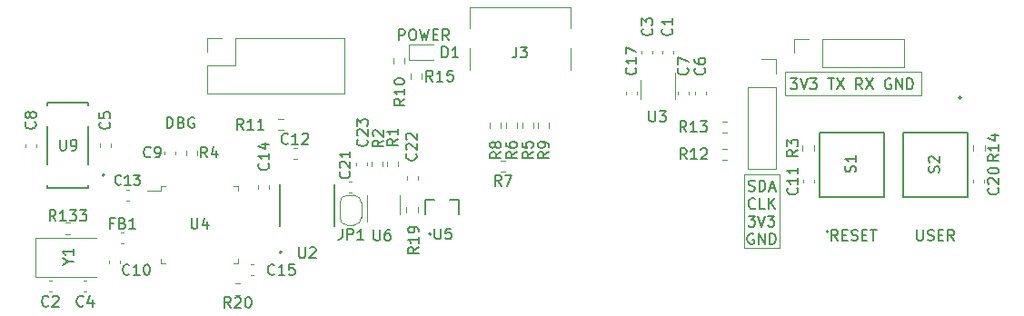
<source format=gto>
G04 #@! TF.GenerationSoftware,KiCad,Pcbnew,(5.1.12)-1*
G04 #@! TF.CreationDate,2024-06-07T21:14:04+03:00*
G04 #@! TF.ProjectId,CaliperPCB,43616c69-7065-4725-9043-422e6b696361,rev?*
G04 #@! TF.SameCoordinates,Original*
G04 #@! TF.FileFunction,Legend,Top*
G04 #@! TF.FilePolarity,Positive*
%FSLAX46Y46*%
G04 Gerber Fmt 4.6, Leading zero omitted, Abs format (unit mm)*
G04 Created by KiCad (PCBNEW (5.1.12)-1) date 2024-06-07 21:14:04*
%MOMM*%
%LPD*%
G01*
G04 APERTURE LIST*
%ADD10C,0.150000*%
%ADD11C,0.120000*%
%ADD12C,0.200000*%
%ADD13C,0.127000*%
%ADD14O,1.700000X1.700000*%
%ADD15R,1.700000X1.700000*%
%ADD16C,0.500000*%
%ADD17R,0.650000X1.220000*%
%ADD18R,0.650000X1.060000*%
%ADD19C,0.100000*%
%ADD20R,2.000000X2.400000*%
%ADD21O,1.000000X1.600000*%
%ADD22C,0.650000*%
%ADD23O,1.000000X2.100000*%
%ADD24R,0.300000X1.450000*%
%ADD25R,0.600000X1.450000*%
G04 APERTURE END LIST*
D10*
X123960095Y-93924380D02*
X123960095Y-92924380D01*
X124198190Y-92924380D01*
X124341047Y-92972000D01*
X124436285Y-93067238D01*
X124483904Y-93162476D01*
X124531523Y-93352952D01*
X124531523Y-93495809D01*
X124483904Y-93686285D01*
X124436285Y-93781523D01*
X124341047Y-93876761D01*
X124198190Y-93924380D01*
X123960095Y-93924380D01*
X125293428Y-93400571D02*
X125436285Y-93448190D01*
X125483904Y-93495809D01*
X125531523Y-93591047D01*
X125531523Y-93733904D01*
X125483904Y-93829142D01*
X125436285Y-93876761D01*
X125341047Y-93924380D01*
X124960095Y-93924380D01*
X124960095Y-92924380D01*
X125293428Y-92924380D01*
X125388666Y-92972000D01*
X125436285Y-93019619D01*
X125483904Y-93114857D01*
X125483904Y-93210095D01*
X125436285Y-93305333D01*
X125388666Y-93352952D01*
X125293428Y-93400571D01*
X124960095Y-93400571D01*
X126483904Y-92972000D02*
X126388666Y-92924380D01*
X126245809Y-92924380D01*
X126102952Y-92972000D01*
X126007714Y-93067238D01*
X125960095Y-93162476D01*
X125912476Y-93352952D01*
X125912476Y-93495809D01*
X125960095Y-93686285D01*
X126007714Y-93781523D01*
X126102952Y-93876761D01*
X126245809Y-93924380D01*
X126341047Y-93924380D01*
X126483904Y-93876761D01*
X126531523Y-93829142D01*
X126531523Y-93495809D01*
X126341047Y-93495809D01*
D11*
X177724000Y-105156000D02*
X177724000Y-98298000D01*
X181026000Y-105156000D02*
X177724000Y-105156000D01*
X181026000Y-98298000D02*
X181026000Y-105156000D01*
X177724000Y-98298000D02*
X181026000Y-98298000D01*
D10*
X178160714Y-99783761D02*
X178303571Y-99831380D01*
X178541666Y-99831380D01*
X178636904Y-99783761D01*
X178684523Y-99736142D01*
X178732142Y-99640904D01*
X178732142Y-99545666D01*
X178684523Y-99450428D01*
X178636904Y-99402809D01*
X178541666Y-99355190D01*
X178351190Y-99307571D01*
X178255952Y-99259952D01*
X178208333Y-99212333D01*
X178160714Y-99117095D01*
X178160714Y-99021857D01*
X178208333Y-98926619D01*
X178255952Y-98879000D01*
X178351190Y-98831380D01*
X178589285Y-98831380D01*
X178732142Y-98879000D01*
X179160714Y-99831380D02*
X179160714Y-98831380D01*
X179398809Y-98831380D01*
X179541666Y-98879000D01*
X179636904Y-98974238D01*
X179684523Y-99069476D01*
X179732142Y-99259952D01*
X179732142Y-99402809D01*
X179684523Y-99593285D01*
X179636904Y-99688523D01*
X179541666Y-99783761D01*
X179398809Y-99831380D01*
X179160714Y-99831380D01*
X180113095Y-99545666D02*
X180589285Y-99545666D01*
X180017857Y-99831380D02*
X180351190Y-98831380D01*
X180684523Y-99831380D01*
X178779761Y-101386142D02*
X178732142Y-101433761D01*
X178589285Y-101481380D01*
X178494047Y-101481380D01*
X178351190Y-101433761D01*
X178255952Y-101338523D01*
X178208333Y-101243285D01*
X178160714Y-101052809D01*
X178160714Y-100909952D01*
X178208333Y-100719476D01*
X178255952Y-100624238D01*
X178351190Y-100529000D01*
X178494047Y-100481380D01*
X178589285Y-100481380D01*
X178732142Y-100529000D01*
X178779761Y-100576619D01*
X179684523Y-101481380D02*
X179208333Y-101481380D01*
X179208333Y-100481380D01*
X180017857Y-101481380D02*
X180017857Y-100481380D01*
X180589285Y-101481380D02*
X180160714Y-100909952D01*
X180589285Y-100481380D02*
X180017857Y-101052809D01*
X178136904Y-102131380D02*
X178755952Y-102131380D01*
X178422619Y-102512333D01*
X178565476Y-102512333D01*
X178660714Y-102559952D01*
X178708333Y-102607571D01*
X178755952Y-102702809D01*
X178755952Y-102940904D01*
X178708333Y-103036142D01*
X178660714Y-103083761D01*
X178565476Y-103131380D01*
X178279761Y-103131380D01*
X178184523Y-103083761D01*
X178136904Y-103036142D01*
X179041666Y-102131380D02*
X179375000Y-103131380D01*
X179708333Y-102131380D01*
X179946428Y-102131380D02*
X180565476Y-102131380D01*
X180232142Y-102512333D01*
X180375000Y-102512333D01*
X180470238Y-102559952D01*
X180517857Y-102607571D01*
X180565476Y-102702809D01*
X180565476Y-102940904D01*
X180517857Y-103036142D01*
X180470238Y-103083761D01*
X180375000Y-103131380D01*
X180089285Y-103131380D01*
X179994047Y-103083761D01*
X179946428Y-103036142D01*
X178613095Y-103829000D02*
X178517857Y-103781380D01*
X178375000Y-103781380D01*
X178232142Y-103829000D01*
X178136904Y-103924238D01*
X178089285Y-104019476D01*
X178041666Y-104209952D01*
X178041666Y-104352809D01*
X178089285Y-104543285D01*
X178136904Y-104638523D01*
X178232142Y-104733761D01*
X178375000Y-104781380D01*
X178470238Y-104781380D01*
X178613095Y-104733761D01*
X178660714Y-104686142D01*
X178660714Y-104352809D01*
X178470238Y-104352809D01*
X179089285Y-104781380D02*
X179089285Y-103781380D01*
X179660714Y-104781380D01*
X179660714Y-103781380D01*
X180136904Y-104781380D02*
X180136904Y-103781380D01*
X180375000Y-103781380D01*
X180517857Y-103829000D01*
X180613095Y-103924238D01*
X180660714Y-104019476D01*
X180708333Y-104209952D01*
X180708333Y-104352809D01*
X180660714Y-104543285D01*
X180613095Y-104638523D01*
X180517857Y-104733761D01*
X180375000Y-104781380D01*
X180136904Y-104781380D01*
X182071904Y-89322380D02*
X182690952Y-89322380D01*
X182357619Y-89703333D01*
X182500476Y-89703333D01*
X182595714Y-89750952D01*
X182643333Y-89798571D01*
X182690952Y-89893809D01*
X182690952Y-90131904D01*
X182643333Y-90227142D01*
X182595714Y-90274761D01*
X182500476Y-90322380D01*
X182214761Y-90322380D01*
X182119523Y-90274761D01*
X182071904Y-90227142D01*
X182976666Y-89322380D02*
X183310000Y-90322380D01*
X183643333Y-89322380D01*
X183881428Y-89322380D02*
X184500476Y-89322380D01*
X184167142Y-89703333D01*
X184310000Y-89703333D01*
X184405238Y-89750952D01*
X184452857Y-89798571D01*
X184500476Y-89893809D01*
X184500476Y-90131904D01*
X184452857Y-90227142D01*
X184405238Y-90274761D01*
X184310000Y-90322380D01*
X184024285Y-90322380D01*
X183929047Y-90274761D01*
X183881428Y-90227142D01*
X185548095Y-89322380D02*
X186119523Y-89322380D01*
X185833809Y-90322380D02*
X185833809Y-89322380D01*
X186357619Y-89322380D02*
X187024285Y-90322380D01*
X187024285Y-89322380D02*
X186357619Y-90322380D01*
X188738571Y-90322380D02*
X188405238Y-89846190D01*
X188167142Y-90322380D02*
X188167142Y-89322380D01*
X188548095Y-89322380D01*
X188643333Y-89370000D01*
X188690952Y-89417619D01*
X188738571Y-89512857D01*
X188738571Y-89655714D01*
X188690952Y-89750952D01*
X188643333Y-89798571D01*
X188548095Y-89846190D01*
X188167142Y-89846190D01*
X189071904Y-89322380D02*
X189738571Y-90322380D01*
X189738571Y-89322380D02*
X189071904Y-90322380D01*
X191405238Y-89370000D02*
X191310000Y-89322380D01*
X191167142Y-89322380D01*
X191024285Y-89370000D01*
X190929047Y-89465238D01*
X190881428Y-89560476D01*
X190833809Y-89750952D01*
X190833809Y-89893809D01*
X190881428Y-90084285D01*
X190929047Y-90179523D01*
X191024285Y-90274761D01*
X191167142Y-90322380D01*
X191262380Y-90322380D01*
X191405238Y-90274761D01*
X191452857Y-90227142D01*
X191452857Y-89893809D01*
X191262380Y-89893809D01*
X191881428Y-90322380D02*
X191881428Y-89322380D01*
X192452857Y-90322380D01*
X192452857Y-89322380D01*
X192929047Y-90322380D02*
X192929047Y-89322380D01*
X193167142Y-89322380D01*
X193310000Y-89370000D01*
X193405238Y-89465238D01*
X193452857Y-89560476D01*
X193500476Y-89750952D01*
X193500476Y-89893809D01*
X193452857Y-90084285D01*
X193405238Y-90179523D01*
X193310000Y-90274761D01*
X193167142Y-90322380D01*
X192929047Y-90322380D01*
D11*
X194216000Y-90910000D02*
X181546000Y-90910000D01*
X194216000Y-88690000D02*
X194216000Y-90910000D01*
X181546000Y-90910000D02*
X181546000Y-88690000D01*
X181546000Y-88690000D02*
X194216000Y-88690000D01*
D10*
X145570476Y-85742380D02*
X145570476Y-84742380D01*
X145951428Y-84742380D01*
X146046666Y-84790000D01*
X146094285Y-84837619D01*
X146141904Y-84932857D01*
X146141904Y-85075714D01*
X146094285Y-85170952D01*
X146046666Y-85218571D01*
X145951428Y-85266190D01*
X145570476Y-85266190D01*
X146760952Y-84742380D02*
X146951428Y-84742380D01*
X147046666Y-84790000D01*
X147141904Y-84885238D01*
X147189523Y-85075714D01*
X147189523Y-85409047D01*
X147141904Y-85599523D01*
X147046666Y-85694761D01*
X146951428Y-85742380D01*
X146760952Y-85742380D01*
X146665714Y-85694761D01*
X146570476Y-85599523D01*
X146522857Y-85409047D01*
X146522857Y-85075714D01*
X146570476Y-84885238D01*
X146665714Y-84790000D01*
X146760952Y-84742380D01*
X147522857Y-84742380D02*
X147760952Y-85742380D01*
X147951428Y-85028095D01*
X148141904Y-85742380D01*
X148380000Y-84742380D01*
X148760952Y-85218571D02*
X149094285Y-85218571D01*
X149237142Y-85742380D02*
X148760952Y-85742380D01*
X148760952Y-84742380D01*
X149237142Y-84742380D01*
X150237142Y-85742380D02*
X149903809Y-85266190D01*
X149665714Y-85742380D02*
X149665714Y-84742380D01*
X150046666Y-84742380D01*
X150141904Y-84790000D01*
X150189523Y-84837619D01*
X150237142Y-84932857D01*
X150237142Y-85075714D01*
X150189523Y-85170952D01*
X150141904Y-85218571D01*
X150046666Y-85266190D01*
X149665714Y-85266190D01*
X193835714Y-103422380D02*
X193835714Y-104231904D01*
X193883333Y-104327142D01*
X193930952Y-104374761D01*
X194026190Y-104422380D01*
X194216666Y-104422380D01*
X194311904Y-104374761D01*
X194359523Y-104327142D01*
X194407142Y-104231904D01*
X194407142Y-103422380D01*
X194835714Y-104374761D02*
X194978571Y-104422380D01*
X195216666Y-104422380D01*
X195311904Y-104374761D01*
X195359523Y-104327142D01*
X195407142Y-104231904D01*
X195407142Y-104136666D01*
X195359523Y-104041428D01*
X195311904Y-103993809D01*
X195216666Y-103946190D01*
X195026190Y-103898571D01*
X194930952Y-103850952D01*
X194883333Y-103803333D01*
X194835714Y-103708095D01*
X194835714Y-103612857D01*
X194883333Y-103517619D01*
X194930952Y-103470000D01*
X195026190Y-103422380D01*
X195264285Y-103422380D01*
X195407142Y-103470000D01*
X195835714Y-103898571D02*
X196169047Y-103898571D01*
X196311904Y-104422380D02*
X195835714Y-104422380D01*
X195835714Y-103422380D01*
X196311904Y-103422380D01*
X197311904Y-104422380D02*
X196978571Y-103946190D01*
X196740476Y-104422380D02*
X196740476Y-103422380D01*
X197121428Y-103422380D01*
X197216666Y-103470000D01*
X197264285Y-103517619D01*
X197311904Y-103612857D01*
X197311904Y-103755714D01*
X197264285Y-103850952D01*
X197216666Y-103898571D01*
X197121428Y-103946190D01*
X196740476Y-103946190D01*
X186457619Y-104422380D02*
X186124285Y-103946190D01*
X185886190Y-104422380D02*
X185886190Y-103422380D01*
X186267142Y-103422380D01*
X186362380Y-103470000D01*
X186410000Y-103517619D01*
X186457619Y-103612857D01*
X186457619Y-103755714D01*
X186410000Y-103850952D01*
X186362380Y-103898571D01*
X186267142Y-103946190D01*
X185886190Y-103946190D01*
X186886190Y-103898571D02*
X187219523Y-103898571D01*
X187362380Y-104422380D02*
X186886190Y-104422380D01*
X186886190Y-103422380D01*
X187362380Y-103422380D01*
X187743333Y-104374761D02*
X187886190Y-104422380D01*
X188124285Y-104422380D01*
X188219523Y-104374761D01*
X188267142Y-104327142D01*
X188314761Y-104231904D01*
X188314761Y-104136666D01*
X188267142Y-104041428D01*
X188219523Y-103993809D01*
X188124285Y-103946190D01*
X187933809Y-103898571D01*
X187838571Y-103850952D01*
X187790952Y-103803333D01*
X187743333Y-103708095D01*
X187743333Y-103612857D01*
X187790952Y-103517619D01*
X187838571Y-103470000D01*
X187933809Y-103422380D01*
X188171904Y-103422380D01*
X188314761Y-103470000D01*
X188743333Y-103898571D02*
X189076666Y-103898571D01*
X189219523Y-104422380D02*
X188743333Y-104422380D01*
X188743333Y-103422380D01*
X189219523Y-103422380D01*
X189505238Y-103422380D02*
X190076666Y-103422380D01*
X189790952Y-104422380D02*
X189790952Y-103422380D01*
D11*
X127702000Y-86868000D02*
X127702000Y-85538000D01*
X127702000Y-85538000D02*
X129032000Y-85538000D01*
X127702000Y-88138000D02*
X130302000Y-88138000D01*
X130302000Y-88138000D02*
X130302000Y-85538000D01*
X130302000Y-85538000D02*
X140522000Y-85538000D01*
X140522000Y-90738000D02*
X140522000Y-85538000D01*
X127702000Y-90738000D02*
X140522000Y-90738000D01*
X127702000Y-90738000D02*
X127702000Y-88138000D01*
X159582500Y-93917258D02*
X159582500Y-93442742D01*
X158537500Y-93917258D02*
X158537500Y-93442742D01*
X147315000Y-98469420D02*
X147315000Y-98750580D01*
X146295000Y-98469420D02*
X146295000Y-98750580D01*
X140929420Y-98960000D02*
X141210580Y-98960000D01*
X140929420Y-99980000D02*
X141210580Y-99980000D01*
X136050580Y-96820000D02*
X135769420Y-96820000D01*
X136050580Y-95800000D02*
X135769420Y-95800000D01*
X183210000Y-98749420D02*
X183210000Y-99030580D01*
X184230000Y-98749420D02*
X184230000Y-99030580D01*
X178050000Y-90100000D02*
X180710000Y-90100000D01*
X178050000Y-90100000D02*
X178050000Y-97780000D01*
X178050000Y-97780000D02*
X180710000Y-97780000D01*
X180710000Y-90100000D02*
X180710000Y-97780000D01*
X180710000Y-87500000D02*
X180710000Y-88830000D01*
X179380000Y-87500000D02*
X180710000Y-87500000D01*
X155092500Y-93917258D02*
X155092500Y-93442742D01*
X154047500Y-93917258D02*
X154047500Y-93442742D01*
X155035742Y-98032500D02*
X155510258Y-98032500D01*
X155035742Y-96987500D02*
X155510258Y-96987500D01*
X155575500Y-93442742D02*
X155575500Y-93917258D01*
X156620500Y-93442742D02*
X156620500Y-93917258D01*
X157075500Y-93442742D02*
X157075500Y-93917258D01*
X158120500Y-93442742D02*
X158120500Y-93917258D01*
X145660000Y-101957500D02*
X145660000Y-100197500D01*
X142590000Y-100197500D02*
X142590000Y-102627500D01*
X132480000Y-99294420D02*
X132480000Y-99575580D01*
X133500000Y-99294420D02*
X133500000Y-99575580D01*
D12*
X148580000Y-103822500D02*
G75*
G03*
X148580000Y-103822500I-100000J0D01*
G01*
D13*
X151139000Y-100622500D02*
X151139000Y-102022500D01*
X150280000Y-100622500D02*
X151139000Y-100622500D01*
X148021000Y-100622500D02*
X148880000Y-100622500D01*
X148021000Y-102022500D02*
X148021000Y-100622500D01*
D11*
X171280000Y-91240000D02*
X171280000Y-88790000D01*
X168060000Y-89440000D02*
X168060000Y-91240000D01*
D12*
X134635000Y-105515000D02*
G75*
G03*
X134635000Y-105515000I-100000J0D01*
G01*
D13*
X134515000Y-103110000D02*
X134515000Y-99210000D01*
X139565000Y-103110000D02*
X139565000Y-99210000D01*
D11*
X130318742Y-109488500D02*
X130793258Y-109488500D01*
X130318742Y-108443500D02*
X130793258Y-108443500D01*
X125733500Y-96022742D02*
X125733500Y-96497258D01*
X126778500Y-96022742D02*
X126778500Y-96497258D01*
X142070000Y-100897500D02*
X142070000Y-102297500D01*
X141370000Y-102997500D02*
X140770000Y-102997500D01*
X140070000Y-102297500D02*
X140070000Y-100897500D01*
X140770000Y-100197500D02*
X141370000Y-100197500D01*
X141370000Y-100197500D02*
G75*
G02*
X142070000Y-100897500I0J-700000D01*
G01*
X140070000Y-100897500D02*
G75*
G02*
X140770000Y-100197500I700000J0D01*
G01*
X140770000Y-102997500D02*
G75*
G02*
X140070000Y-102297500I0J700000D01*
G01*
X142070000Y-102297500D02*
G75*
G02*
X141370000Y-102997500I-700000J0D01*
G01*
X175687742Y-93320000D02*
X176162258Y-93320000D01*
X175687742Y-94365000D02*
X176162258Y-94365000D01*
X147327500Y-101799758D02*
X147327500Y-101325242D01*
X146282500Y-101799758D02*
X146282500Y-101325242D01*
X144087500Y-97507258D02*
X144087500Y-97032742D01*
X143042500Y-97507258D02*
X143042500Y-97032742D01*
X144477500Y-97032742D02*
X144477500Y-97507258D01*
X145522500Y-97032742D02*
X145522500Y-97507258D01*
X142640000Y-97410580D02*
X142640000Y-97129420D01*
X141620000Y-97410580D02*
X141620000Y-97129420D01*
D12*
X197968333Y-91105000D02*
G75*
G03*
X197968333Y-91105000I-100000J0D01*
G01*
D13*
X198568333Y-100355000D02*
X198568333Y-94355000D01*
X192568333Y-94355000D02*
X198568333Y-94355000D01*
X192568333Y-100355000D02*
X192568333Y-94355000D01*
X198568333Y-100355000D02*
X192568333Y-100355000D01*
D12*
X185584334Y-103605000D02*
G75*
G03*
X185584334Y-103605000I-100000J0D01*
G01*
D13*
X184784334Y-94355000D02*
X184784334Y-100355000D01*
X190784334Y-100355000D02*
X184784334Y-100355000D01*
X190784334Y-94355000D02*
X190784334Y-100355000D01*
X184784334Y-94355000D02*
X190784334Y-94355000D01*
D11*
X146642500Y-89352258D02*
X146642500Y-88877742D01*
X147687500Y-89352258D02*
X147687500Y-88877742D01*
X148752500Y-86133000D02*
X146467500Y-86133000D01*
X146467500Y-86133000D02*
X146467500Y-87603000D01*
X146467500Y-87603000D02*
X148752500Y-87603000D01*
X199101500Y-96022258D02*
X199101500Y-95547742D01*
X200146500Y-96022258D02*
X200146500Y-95547742D01*
X200134000Y-98749420D02*
X200134000Y-99030580D01*
X199114000Y-98749420D02*
X199114000Y-99030580D01*
X123746000Y-96119420D02*
X123746000Y-96400580D01*
X124766000Y-96119420D02*
X124766000Y-96400580D01*
X175687742Y-95860000D02*
X176162258Y-95860000D01*
X175687742Y-96905000D02*
X176162258Y-96905000D01*
X182390000Y-86950000D02*
X182390000Y-85620000D01*
X182390000Y-85620000D02*
X183720000Y-85620000D01*
X184990000Y-85620000D02*
X192670000Y-85620000D01*
X192670000Y-88280000D02*
X192670000Y-85620000D01*
X184990000Y-88280000D02*
X192670000Y-88280000D01*
X184990000Y-88280000D02*
X184990000Y-85620000D01*
D12*
X118130000Y-98320000D02*
G75*
G03*
X118130000Y-98320000I-100000J0D01*
G01*
D13*
X116630000Y-97350000D02*
X116630000Y-93790000D01*
X112830000Y-97350000D02*
X112830000Y-93790000D01*
X116630000Y-91570000D02*
X116630000Y-91850000D01*
X112830000Y-91570000D02*
X112830000Y-91850000D01*
X116630000Y-99570000D02*
X116630000Y-99290000D01*
X112830000Y-99570000D02*
X112830000Y-99290000D01*
X116630000Y-91570000D02*
X112830000Y-91570000D01*
X116630000Y-99570000D02*
X112830000Y-99570000D01*
D11*
X111666000Y-107805000D02*
X117416000Y-107805000D01*
X111666000Y-104205000D02*
X111666000Y-107805000D01*
X117416000Y-104205000D02*
X111666000Y-104205000D01*
X161548000Y-82714000D02*
X152148000Y-82714000D01*
X152148000Y-88514000D02*
X152148000Y-86514000D01*
X152148000Y-84614000D02*
X152148000Y-82714000D01*
X161548000Y-88514000D02*
X161548000Y-86514000D01*
X161548000Y-84614000D02*
X161548000Y-82714000D01*
X134312742Y-94142500D02*
X134787258Y-94142500D01*
X134312742Y-93097500D02*
X134787258Y-93097500D01*
X120135420Y-100720000D02*
X120416580Y-100720000D01*
X120135420Y-99700000D02*
X120416580Y-99700000D01*
X119679420Y-104720000D02*
X119960580Y-104720000D01*
X119679420Y-103700000D02*
X119960580Y-103700000D01*
X145037500Y-87452742D02*
X145037500Y-87927258D01*
X146082500Y-87452742D02*
X146082500Y-87927258D01*
X123396000Y-99800000D02*
X122106000Y-99800000D01*
X123396000Y-99350000D02*
X123396000Y-99800000D01*
X123846000Y-99350000D02*
X123396000Y-99350000D01*
X130616000Y-99350000D02*
X130616000Y-99800000D01*
X130166000Y-99350000D02*
X130616000Y-99350000D01*
X123396000Y-106570000D02*
X123396000Y-106120000D01*
X123846000Y-106570000D02*
X123396000Y-106570000D01*
X130616000Y-106570000D02*
X130616000Y-106120000D01*
X130166000Y-106570000D02*
X130616000Y-106570000D01*
X183197500Y-96022258D02*
X183197500Y-95547742D01*
X184242500Y-96022258D02*
X184242500Y-95547742D01*
X114953258Y-102787500D02*
X114478742Y-102787500D01*
X114953258Y-103832500D02*
X114478742Y-103832500D01*
X167750000Y-90805580D02*
X167750000Y-90524420D01*
X166730000Y-90805580D02*
X166730000Y-90524420D01*
X132015580Y-106612500D02*
X131734420Y-106612500D01*
X132015580Y-107632500D02*
X131734420Y-107632500D01*
X119555000Y-106555580D02*
X119555000Y-106274420D01*
X118535000Y-106555580D02*
X118535000Y-106274420D01*
X111830000Y-95710580D02*
X111830000Y-95429420D01*
X110810000Y-95710580D02*
X110810000Y-95429420D01*
X171553000Y-90524420D02*
X171553000Y-90805580D01*
X172573000Y-90524420D02*
X172573000Y-90805580D01*
X174166000Y-90805580D02*
X174166000Y-90524420D01*
X173146000Y-90805580D02*
X173146000Y-90524420D01*
X118720000Y-95419420D02*
X118720000Y-95700580D01*
X117700000Y-95419420D02*
X117700000Y-95700580D01*
X116481580Y-108190000D02*
X116200420Y-108190000D01*
X116481580Y-109210000D02*
X116200420Y-109210000D01*
X168210000Y-86728420D02*
X168210000Y-87009580D01*
X169230000Y-86728420D02*
X169230000Y-87009580D01*
X113231580Y-108190000D02*
X112950420Y-108190000D01*
X113231580Y-109210000D02*
X112950420Y-109210000D01*
X170110000Y-86728420D02*
X170110000Y-87009580D01*
X171130000Y-86728420D02*
X171130000Y-87009580D01*
D10*
X159552380Y-96165666D02*
X159076190Y-96499000D01*
X159552380Y-96737095D02*
X158552380Y-96737095D01*
X158552380Y-96356142D01*
X158600000Y-96260904D01*
X158647619Y-96213285D01*
X158742857Y-96165666D01*
X158885714Y-96165666D01*
X158980952Y-96213285D01*
X159028571Y-96260904D01*
X159076190Y-96356142D01*
X159076190Y-96737095D01*
X159552380Y-95689476D02*
X159552380Y-95499000D01*
X159504761Y-95403761D01*
X159457142Y-95356142D01*
X159314285Y-95260904D01*
X159123809Y-95213285D01*
X158742857Y-95213285D01*
X158647619Y-95260904D01*
X158600000Y-95308523D01*
X158552380Y-95403761D01*
X158552380Y-95594238D01*
X158600000Y-95689476D01*
X158647619Y-95737095D01*
X158742857Y-95784714D01*
X158980952Y-95784714D01*
X159076190Y-95737095D01*
X159123809Y-95689476D01*
X159171428Y-95594238D01*
X159171428Y-95403761D01*
X159123809Y-95308523D01*
X159076190Y-95260904D01*
X158980952Y-95213285D01*
X147147142Y-96332857D02*
X147194761Y-96380476D01*
X147242380Y-96523333D01*
X147242380Y-96618571D01*
X147194761Y-96761428D01*
X147099523Y-96856666D01*
X147004285Y-96904285D01*
X146813809Y-96951904D01*
X146670952Y-96951904D01*
X146480476Y-96904285D01*
X146385238Y-96856666D01*
X146290000Y-96761428D01*
X146242380Y-96618571D01*
X146242380Y-96523333D01*
X146290000Y-96380476D01*
X146337619Y-96332857D01*
X146337619Y-95951904D02*
X146290000Y-95904285D01*
X146242380Y-95809047D01*
X146242380Y-95570952D01*
X146290000Y-95475714D01*
X146337619Y-95428095D01*
X146432857Y-95380476D01*
X146528095Y-95380476D01*
X146670952Y-95428095D01*
X147242380Y-95999523D01*
X147242380Y-95380476D01*
X146337619Y-94999523D02*
X146290000Y-94951904D01*
X146242380Y-94856666D01*
X146242380Y-94618571D01*
X146290000Y-94523333D01*
X146337619Y-94475714D01*
X146432857Y-94428095D01*
X146528095Y-94428095D01*
X146670952Y-94475714D01*
X147242380Y-95047142D01*
X147242380Y-94428095D01*
X140937142Y-98012857D02*
X140984761Y-98060476D01*
X141032380Y-98203333D01*
X141032380Y-98298571D01*
X140984761Y-98441428D01*
X140889523Y-98536666D01*
X140794285Y-98584285D01*
X140603809Y-98631904D01*
X140460952Y-98631904D01*
X140270476Y-98584285D01*
X140175238Y-98536666D01*
X140080000Y-98441428D01*
X140032380Y-98298571D01*
X140032380Y-98203333D01*
X140080000Y-98060476D01*
X140127619Y-98012857D01*
X140127619Y-97631904D02*
X140080000Y-97584285D01*
X140032380Y-97489047D01*
X140032380Y-97250952D01*
X140080000Y-97155714D01*
X140127619Y-97108095D01*
X140222857Y-97060476D01*
X140318095Y-97060476D01*
X140460952Y-97108095D01*
X141032380Y-97679523D01*
X141032380Y-97060476D01*
X141032380Y-96108095D02*
X141032380Y-96679523D01*
X141032380Y-96393809D02*
X140032380Y-96393809D01*
X140175238Y-96489047D01*
X140270476Y-96584285D01*
X140318095Y-96679523D01*
X135237142Y-95347142D02*
X135189523Y-95394761D01*
X135046666Y-95442380D01*
X134951428Y-95442380D01*
X134808571Y-95394761D01*
X134713333Y-95299523D01*
X134665714Y-95204285D01*
X134618095Y-95013809D01*
X134618095Y-94870952D01*
X134665714Y-94680476D01*
X134713333Y-94585238D01*
X134808571Y-94490000D01*
X134951428Y-94442380D01*
X135046666Y-94442380D01*
X135189523Y-94490000D01*
X135237142Y-94537619D01*
X136189523Y-95442380D02*
X135618095Y-95442380D01*
X135903809Y-95442380D02*
X135903809Y-94442380D01*
X135808571Y-94585238D01*
X135713333Y-94680476D01*
X135618095Y-94728095D01*
X136570476Y-94537619D02*
X136618095Y-94490000D01*
X136713333Y-94442380D01*
X136951428Y-94442380D01*
X137046666Y-94490000D01*
X137094285Y-94537619D01*
X137141904Y-94632857D01*
X137141904Y-94728095D01*
X137094285Y-94870952D01*
X136522857Y-95442380D01*
X137141904Y-95442380D01*
X182657142Y-99532857D02*
X182704761Y-99580476D01*
X182752380Y-99723333D01*
X182752380Y-99818571D01*
X182704761Y-99961428D01*
X182609523Y-100056666D01*
X182514285Y-100104285D01*
X182323809Y-100151904D01*
X182180952Y-100151904D01*
X181990476Y-100104285D01*
X181895238Y-100056666D01*
X181800000Y-99961428D01*
X181752380Y-99818571D01*
X181752380Y-99723333D01*
X181800000Y-99580476D01*
X181847619Y-99532857D01*
X182752380Y-98580476D02*
X182752380Y-99151904D01*
X182752380Y-98866190D02*
X181752380Y-98866190D01*
X181895238Y-98961428D01*
X181990476Y-99056666D01*
X182038095Y-99151904D01*
X182752380Y-97628095D02*
X182752380Y-98199523D01*
X182752380Y-97913809D02*
X181752380Y-97913809D01*
X181895238Y-98009047D01*
X181990476Y-98104285D01*
X182038095Y-98199523D01*
X155082380Y-96165666D02*
X154606190Y-96499000D01*
X155082380Y-96737095D02*
X154082380Y-96737095D01*
X154082380Y-96356142D01*
X154130000Y-96260904D01*
X154177619Y-96213285D01*
X154272857Y-96165666D01*
X154415714Y-96165666D01*
X154510952Y-96213285D01*
X154558571Y-96260904D01*
X154606190Y-96356142D01*
X154606190Y-96737095D01*
X154510952Y-95594238D02*
X154463333Y-95689476D01*
X154415714Y-95737095D01*
X154320476Y-95784714D01*
X154272857Y-95784714D01*
X154177619Y-95737095D01*
X154130000Y-95689476D01*
X154082380Y-95594238D01*
X154082380Y-95403761D01*
X154130000Y-95308523D01*
X154177619Y-95260904D01*
X154272857Y-95213285D01*
X154320476Y-95213285D01*
X154415714Y-95260904D01*
X154463333Y-95308523D01*
X154510952Y-95403761D01*
X154510952Y-95594238D01*
X154558571Y-95689476D01*
X154606190Y-95737095D01*
X154701428Y-95784714D01*
X154891904Y-95784714D01*
X154987142Y-95737095D01*
X155034761Y-95689476D01*
X155082380Y-95594238D01*
X155082380Y-95403761D01*
X155034761Y-95308523D01*
X154987142Y-95260904D01*
X154891904Y-95213285D01*
X154701428Y-95213285D01*
X154606190Y-95260904D01*
X154558571Y-95308523D01*
X154510952Y-95403761D01*
X155106333Y-99320380D02*
X154773000Y-98844190D01*
X154534904Y-99320380D02*
X154534904Y-98320380D01*
X154915857Y-98320380D01*
X155011095Y-98368000D01*
X155058714Y-98415619D01*
X155106333Y-98510857D01*
X155106333Y-98653714D01*
X155058714Y-98748952D01*
X155011095Y-98796571D01*
X154915857Y-98844190D01*
X154534904Y-98844190D01*
X155439666Y-98320380D02*
X156106333Y-98320380D01*
X155677761Y-99320380D01*
X156542380Y-96165666D02*
X156066190Y-96499000D01*
X156542380Y-96737095D02*
X155542380Y-96737095D01*
X155542380Y-96356142D01*
X155590000Y-96260904D01*
X155637619Y-96213285D01*
X155732857Y-96165666D01*
X155875714Y-96165666D01*
X155970952Y-96213285D01*
X156018571Y-96260904D01*
X156066190Y-96356142D01*
X156066190Y-96737095D01*
X155542380Y-95308523D02*
X155542380Y-95499000D01*
X155590000Y-95594238D01*
X155637619Y-95641857D01*
X155780476Y-95737095D01*
X155970952Y-95784714D01*
X156351904Y-95784714D01*
X156447142Y-95737095D01*
X156494761Y-95689476D01*
X156542380Y-95594238D01*
X156542380Y-95403761D01*
X156494761Y-95308523D01*
X156447142Y-95260904D01*
X156351904Y-95213285D01*
X156113809Y-95213285D01*
X156018571Y-95260904D01*
X155970952Y-95308523D01*
X155923333Y-95403761D01*
X155923333Y-95594238D01*
X155970952Y-95689476D01*
X156018571Y-95737095D01*
X156113809Y-95784714D01*
X158062380Y-96165666D02*
X157586190Y-96499000D01*
X158062380Y-96737095D02*
X157062380Y-96737095D01*
X157062380Y-96356142D01*
X157110000Y-96260904D01*
X157157619Y-96213285D01*
X157252857Y-96165666D01*
X157395714Y-96165666D01*
X157490952Y-96213285D01*
X157538571Y-96260904D01*
X157586190Y-96356142D01*
X157586190Y-96737095D01*
X157062380Y-95260904D02*
X157062380Y-95737095D01*
X157538571Y-95784714D01*
X157490952Y-95737095D01*
X157443333Y-95641857D01*
X157443333Y-95403761D01*
X157490952Y-95308523D01*
X157538571Y-95260904D01*
X157633809Y-95213285D01*
X157871904Y-95213285D01*
X157967142Y-95260904D01*
X158014761Y-95308523D01*
X158062380Y-95403761D01*
X158062380Y-95641857D01*
X158014761Y-95737095D01*
X157967142Y-95784714D01*
X143238095Y-103419880D02*
X143238095Y-104229404D01*
X143285714Y-104324642D01*
X143333333Y-104372261D01*
X143428571Y-104419880D01*
X143619047Y-104419880D01*
X143714285Y-104372261D01*
X143761904Y-104324642D01*
X143809523Y-104229404D01*
X143809523Y-103419880D01*
X144714285Y-103419880D02*
X144523809Y-103419880D01*
X144428571Y-103467500D01*
X144380952Y-103515119D01*
X144285714Y-103657976D01*
X144238095Y-103848452D01*
X144238095Y-104229404D01*
X144285714Y-104324642D01*
X144333333Y-104372261D01*
X144428571Y-104419880D01*
X144619047Y-104419880D01*
X144714285Y-104372261D01*
X144761904Y-104324642D01*
X144809523Y-104229404D01*
X144809523Y-103991309D01*
X144761904Y-103896071D01*
X144714285Y-103848452D01*
X144619047Y-103800833D01*
X144428571Y-103800833D01*
X144333333Y-103848452D01*
X144285714Y-103896071D01*
X144238095Y-103991309D01*
X133377142Y-97232857D02*
X133424761Y-97280476D01*
X133472380Y-97423333D01*
X133472380Y-97518571D01*
X133424761Y-97661428D01*
X133329523Y-97756666D01*
X133234285Y-97804285D01*
X133043809Y-97851904D01*
X132900952Y-97851904D01*
X132710476Y-97804285D01*
X132615238Y-97756666D01*
X132520000Y-97661428D01*
X132472380Y-97518571D01*
X132472380Y-97423333D01*
X132520000Y-97280476D01*
X132567619Y-97232857D01*
X133472380Y-96280476D02*
X133472380Y-96851904D01*
X133472380Y-96566190D02*
X132472380Y-96566190D01*
X132615238Y-96661428D01*
X132710476Y-96756666D01*
X132758095Y-96851904D01*
X132805714Y-95423333D02*
X133472380Y-95423333D01*
X132424761Y-95661428D02*
X133139047Y-95899523D01*
X133139047Y-95280476D01*
X148918095Y-103304880D02*
X148918095Y-104114404D01*
X148965714Y-104209642D01*
X149013333Y-104257261D01*
X149108571Y-104304880D01*
X149299047Y-104304880D01*
X149394285Y-104257261D01*
X149441904Y-104209642D01*
X149489523Y-104114404D01*
X149489523Y-103304880D01*
X150441904Y-103304880D02*
X149965714Y-103304880D01*
X149918095Y-103781071D01*
X149965714Y-103733452D01*
X150060952Y-103685833D01*
X150299047Y-103685833D01*
X150394285Y-103733452D01*
X150441904Y-103781071D01*
X150489523Y-103876309D01*
X150489523Y-104114404D01*
X150441904Y-104209642D01*
X150394285Y-104257261D01*
X150299047Y-104304880D01*
X150060952Y-104304880D01*
X149965714Y-104257261D01*
X149918095Y-104209642D01*
X168898095Y-92332380D02*
X168898095Y-93141904D01*
X168945714Y-93237142D01*
X168993333Y-93284761D01*
X169088571Y-93332380D01*
X169279047Y-93332380D01*
X169374285Y-93284761D01*
X169421904Y-93237142D01*
X169469523Y-93141904D01*
X169469523Y-92332380D01*
X169850476Y-92332380D02*
X170469523Y-92332380D01*
X170136190Y-92713333D01*
X170279047Y-92713333D01*
X170374285Y-92760952D01*
X170421904Y-92808571D01*
X170469523Y-92903809D01*
X170469523Y-93141904D01*
X170421904Y-93237142D01*
X170374285Y-93284761D01*
X170279047Y-93332380D01*
X169993333Y-93332380D01*
X169898095Y-93284761D01*
X169850476Y-93237142D01*
X136268095Y-105062380D02*
X136268095Y-105871904D01*
X136315714Y-105967142D01*
X136363333Y-106014761D01*
X136458571Y-106062380D01*
X136649047Y-106062380D01*
X136744285Y-106014761D01*
X136791904Y-105967142D01*
X136839523Y-105871904D01*
X136839523Y-105062380D01*
X137268095Y-105157619D02*
X137315714Y-105110000D01*
X137410952Y-105062380D01*
X137649047Y-105062380D01*
X137744285Y-105110000D01*
X137791904Y-105157619D01*
X137839523Y-105252857D01*
X137839523Y-105348095D01*
X137791904Y-105490952D01*
X137220476Y-106062380D01*
X137839523Y-106062380D01*
X129913142Y-110688380D02*
X129579809Y-110212190D01*
X129341714Y-110688380D02*
X129341714Y-109688380D01*
X129722666Y-109688380D01*
X129817904Y-109736000D01*
X129865523Y-109783619D01*
X129913142Y-109878857D01*
X129913142Y-110021714D01*
X129865523Y-110116952D01*
X129817904Y-110164571D01*
X129722666Y-110212190D01*
X129341714Y-110212190D01*
X130294095Y-109783619D02*
X130341714Y-109736000D01*
X130436952Y-109688380D01*
X130675047Y-109688380D01*
X130770285Y-109736000D01*
X130817904Y-109783619D01*
X130865523Y-109878857D01*
X130865523Y-109974095D01*
X130817904Y-110116952D01*
X130246476Y-110688380D01*
X130865523Y-110688380D01*
X131484571Y-109688380D02*
X131579809Y-109688380D01*
X131675047Y-109736000D01*
X131722666Y-109783619D01*
X131770285Y-109878857D01*
X131817904Y-110069333D01*
X131817904Y-110307428D01*
X131770285Y-110497904D01*
X131722666Y-110593142D01*
X131675047Y-110640761D01*
X131579809Y-110688380D01*
X131484571Y-110688380D01*
X131389333Y-110640761D01*
X131341714Y-110593142D01*
X131294095Y-110497904D01*
X131246476Y-110307428D01*
X131246476Y-110069333D01*
X131294095Y-109878857D01*
X131341714Y-109783619D01*
X131389333Y-109736000D01*
X131484571Y-109688380D01*
X127713333Y-96692380D02*
X127380000Y-96216190D01*
X127141904Y-96692380D02*
X127141904Y-95692380D01*
X127522857Y-95692380D01*
X127618095Y-95740000D01*
X127665714Y-95787619D01*
X127713333Y-95882857D01*
X127713333Y-96025714D01*
X127665714Y-96120952D01*
X127618095Y-96168571D01*
X127522857Y-96216190D01*
X127141904Y-96216190D01*
X128570476Y-96025714D02*
X128570476Y-96692380D01*
X128332380Y-95644761D02*
X128094285Y-96359047D01*
X128713333Y-96359047D01*
X140286666Y-103352380D02*
X140286666Y-104066666D01*
X140239047Y-104209523D01*
X140143809Y-104304761D01*
X140000952Y-104352380D01*
X139905714Y-104352380D01*
X140762857Y-104352380D02*
X140762857Y-103352380D01*
X141143809Y-103352380D01*
X141239047Y-103400000D01*
X141286666Y-103447619D01*
X141334285Y-103542857D01*
X141334285Y-103685714D01*
X141286666Y-103780952D01*
X141239047Y-103828571D01*
X141143809Y-103876190D01*
X140762857Y-103876190D01*
X142286666Y-104352380D02*
X141715238Y-104352380D01*
X142000952Y-104352380D02*
X142000952Y-103352380D01*
X141905714Y-103495238D01*
X141810476Y-103590476D01*
X141715238Y-103638095D01*
X172367142Y-94292380D02*
X172033809Y-93816190D01*
X171795714Y-94292380D02*
X171795714Y-93292380D01*
X172176666Y-93292380D01*
X172271904Y-93340000D01*
X172319523Y-93387619D01*
X172367142Y-93482857D01*
X172367142Y-93625714D01*
X172319523Y-93720952D01*
X172271904Y-93768571D01*
X172176666Y-93816190D01*
X171795714Y-93816190D01*
X173319523Y-94292380D02*
X172748095Y-94292380D01*
X173033809Y-94292380D02*
X173033809Y-93292380D01*
X172938571Y-93435238D01*
X172843333Y-93530476D01*
X172748095Y-93578095D01*
X173652857Y-93292380D02*
X174271904Y-93292380D01*
X173938571Y-93673333D01*
X174081428Y-93673333D01*
X174176666Y-93720952D01*
X174224285Y-93768571D01*
X174271904Y-93863809D01*
X174271904Y-94101904D01*
X174224285Y-94197142D01*
X174176666Y-94244761D01*
X174081428Y-94292380D01*
X173795714Y-94292380D01*
X173700476Y-94244761D01*
X173652857Y-94197142D01*
X147427380Y-105050357D02*
X146951190Y-105383690D01*
X147427380Y-105621785D02*
X146427380Y-105621785D01*
X146427380Y-105240833D01*
X146475000Y-105145595D01*
X146522619Y-105097976D01*
X146617857Y-105050357D01*
X146760714Y-105050357D01*
X146855952Y-105097976D01*
X146903571Y-105145595D01*
X146951190Y-105240833D01*
X146951190Y-105621785D01*
X147427380Y-104097976D02*
X147427380Y-104669404D01*
X147427380Y-104383690D02*
X146427380Y-104383690D01*
X146570238Y-104478928D01*
X146665476Y-104574166D01*
X146713095Y-104669404D01*
X147427380Y-103621785D02*
X147427380Y-103431309D01*
X147379761Y-103336071D01*
X147332142Y-103288452D01*
X147189285Y-103193214D01*
X146998809Y-103145595D01*
X146617857Y-103145595D01*
X146522619Y-103193214D01*
X146475000Y-103240833D01*
X146427380Y-103336071D01*
X146427380Y-103526547D01*
X146475000Y-103621785D01*
X146522619Y-103669404D01*
X146617857Y-103717023D01*
X146855952Y-103717023D01*
X146951190Y-103669404D01*
X146998809Y-103621785D01*
X147046428Y-103526547D01*
X147046428Y-103336071D01*
X146998809Y-103240833D01*
X146951190Y-103193214D01*
X146855952Y-103145595D01*
X144127380Y-95086666D02*
X143651190Y-95420000D01*
X144127380Y-95658095D02*
X143127380Y-95658095D01*
X143127380Y-95277142D01*
X143175000Y-95181904D01*
X143222619Y-95134285D01*
X143317857Y-95086666D01*
X143460714Y-95086666D01*
X143555952Y-95134285D01*
X143603571Y-95181904D01*
X143651190Y-95277142D01*
X143651190Y-95658095D01*
X143222619Y-94705714D02*
X143175000Y-94658095D01*
X143127380Y-94562857D01*
X143127380Y-94324761D01*
X143175000Y-94229523D01*
X143222619Y-94181904D01*
X143317857Y-94134285D01*
X143413095Y-94134285D01*
X143555952Y-94181904D01*
X144127380Y-94753333D01*
X144127380Y-94134285D01*
X145482380Y-94956666D02*
X145006190Y-95290000D01*
X145482380Y-95528095D02*
X144482380Y-95528095D01*
X144482380Y-95147142D01*
X144530000Y-95051904D01*
X144577619Y-95004285D01*
X144672857Y-94956666D01*
X144815714Y-94956666D01*
X144910952Y-95004285D01*
X144958571Y-95051904D01*
X145006190Y-95147142D01*
X145006190Y-95528095D01*
X145482380Y-94004285D02*
X145482380Y-94575714D01*
X145482380Y-94290000D02*
X144482380Y-94290000D01*
X144625238Y-94385238D01*
X144720476Y-94480476D01*
X144768095Y-94575714D01*
X142577142Y-95017857D02*
X142624761Y-95065476D01*
X142672380Y-95208333D01*
X142672380Y-95303571D01*
X142624761Y-95446428D01*
X142529523Y-95541666D01*
X142434285Y-95589285D01*
X142243809Y-95636904D01*
X142100952Y-95636904D01*
X141910476Y-95589285D01*
X141815238Y-95541666D01*
X141720000Y-95446428D01*
X141672380Y-95303571D01*
X141672380Y-95208333D01*
X141720000Y-95065476D01*
X141767619Y-95017857D01*
X141767619Y-94636904D02*
X141720000Y-94589285D01*
X141672380Y-94494047D01*
X141672380Y-94255952D01*
X141720000Y-94160714D01*
X141767619Y-94113095D01*
X141862857Y-94065476D01*
X141958095Y-94065476D01*
X142100952Y-94113095D01*
X142672380Y-94684523D01*
X142672380Y-94065476D01*
X141672380Y-93732142D02*
X141672380Y-93113095D01*
X142053333Y-93446428D01*
X142053333Y-93303571D01*
X142100952Y-93208333D01*
X142148571Y-93160714D01*
X142243809Y-93113095D01*
X142481904Y-93113095D01*
X142577142Y-93160714D01*
X142624761Y-93208333D01*
X142672380Y-93303571D01*
X142672380Y-93589285D01*
X142624761Y-93684523D01*
X142577142Y-93732142D01*
X195891427Y-98091904D02*
X195939046Y-97949047D01*
X195939046Y-97710952D01*
X195891427Y-97615714D01*
X195843808Y-97568095D01*
X195748570Y-97520476D01*
X195653332Y-97520476D01*
X195558094Y-97568095D01*
X195510475Y-97615714D01*
X195462856Y-97710952D01*
X195415237Y-97901428D01*
X195367618Y-97996666D01*
X195319999Y-98044285D01*
X195224761Y-98091904D01*
X195129523Y-98091904D01*
X195034285Y-98044285D01*
X194986666Y-97996666D01*
X194939046Y-97901428D01*
X194939046Y-97663333D01*
X194986666Y-97520476D01*
X195034285Y-97139523D02*
X194986666Y-97091904D01*
X194939046Y-96996666D01*
X194939046Y-96758571D01*
X194986666Y-96663333D01*
X195034285Y-96615714D01*
X195129523Y-96568095D01*
X195224761Y-96568095D01*
X195367618Y-96615714D01*
X195939046Y-97187142D01*
X195939046Y-96568095D01*
X188110761Y-98043904D02*
X188158380Y-97901047D01*
X188158380Y-97662952D01*
X188110761Y-97567714D01*
X188063142Y-97520095D01*
X187967904Y-97472476D01*
X187872666Y-97472476D01*
X187777428Y-97520095D01*
X187729809Y-97567714D01*
X187682190Y-97662952D01*
X187634571Y-97853428D01*
X187586952Y-97948666D01*
X187539333Y-97996285D01*
X187444095Y-98043904D01*
X187348857Y-98043904D01*
X187253619Y-97996285D01*
X187206000Y-97948666D01*
X187158380Y-97853428D01*
X187158380Y-97615333D01*
X187206000Y-97472476D01*
X188158380Y-96520095D02*
X188158380Y-97091523D01*
X188158380Y-96805809D02*
X187158380Y-96805809D01*
X187301238Y-96901047D01*
X187396476Y-96996285D01*
X187444095Y-97091523D01*
X148727142Y-89582380D02*
X148393809Y-89106190D01*
X148155714Y-89582380D02*
X148155714Y-88582380D01*
X148536666Y-88582380D01*
X148631904Y-88630000D01*
X148679523Y-88677619D01*
X148727142Y-88772857D01*
X148727142Y-88915714D01*
X148679523Y-89010952D01*
X148631904Y-89058571D01*
X148536666Y-89106190D01*
X148155714Y-89106190D01*
X149679523Y-89582380D02*
X149108095Y-89582380D01*
X149393809Y-89582380D02*
X149393809Y-88582380D01*
X149298571Y-88725238D01*
X149203333Y-88820476D01*
X149108095Y-88868095D01*
X150584285Y-88582380D02*
X150108095Y-88582380D01*
X150060476Y-89058571D01*
X150108095Y-89010952D01*
X150203333Y-88963333D01*
X150441428Y-88963333D01*
X150536666Y-89010952D01*
X150584285Y-89058571D01*
X150631904Y-89153809D01*
X150631904Y-89391904D01*
X150584285Y-89487142D01*
X150536666Y-89534761D01*
X150441428Y-89582380D01*
X150203333Y-89582380D01*
X150108095Y-89534761D01*
X150060476Y-89487142D01*
X149590904Y-87362380D02*
X149590904Y-86362380D01*
X149829000Y-86362380D01*
X149971857Y-86410000D01*
X150067095Y-86505238D01*
X150114714Y-86600476D01*
X150162333Y-86790952D01*
X150162333Y-86933809D01*
X150114714Y-87124285D01*
X150067095Y-87219523D01*
X149971857Y-87314761D01*
X149829000Y-87362380D01*
X149590904Y-87362380D01*
X151114714Y-87362380D02*
X150543285Y-87362380D01*
X150829000Y-87362380D02*
X150829000Y-86362380D01*
X150733761Y-86505238D01*
X150638523Y-86600476D01*
X150543285Y-86648095D01*
X201462380Y-96432857D02*
X200986190Y-96766190D01*
X201462380Y-97004285D02*
X200462380Y-97004285D01*
X200462380Y-96623333D01*
X200510000Y-96528095D01*
X200557619Y-96480476D01*
X200652857Y-96432857D01*
X200795714Y-96432857D01*
X200890952Y-96480476D01*
X200938571Y-96528095D01*
X200986190Y-96623333D01*
X200986190Y-97004285D01*
X201462380Y-95480476D02*
X201462380Y-96051904D01*
X201462380Y-95766190D02*
X200462380Y-95766190D01*
X200605238Y-95861428D01*
X200700476Y-95956666D01*
X200748095Y-96051904D01*
X200795714Y-94623333D02*
X201462380Y-94623333D01*
X200414761Y-94861428D02*
X201129047Y-95099523D01*
X201129047Y-94480476D01*
X201367142Y-99532857D02*
X201414761Y-99580476D01*
X201462380Y-99723333D01*
X201462380Y-99818571D01*
X201414761Y-99961428D01*
X201319523Y-100056666D01*
X201224285Y-100104285D01*
X201033809Y-100151904D01*
X200890952Y-100151904D01*
X200700476Y-100104285D01*
X200605238Y-100056666D01*
X200510000Y-99961428D01*
X200462380Y-99818571D01*
X200462380Y-99723333D01*
X200510000Y-99580476D01*
X200557619Y-99532857D01*
X200557619Y-99151904D02*
X200510000Y-99104285D01*
X200462380Y-99009047D01*
X200462380Y-98770952D01*
X200510000Y-98675714D01*
X200557619Y-98628095D01*
X200652857Y-98580476D01*
X200748095Y-98580476D01*
X200890952Y-98628095D01*
X201462380Y-99199523D01*
X201462380Y-98580476D01*
X200462380Y-97961428D02*
X200462380Y-97866190D01*
X200510000Y-97770952D01*
X200557619Y-97723333D01*
X200652857Y-97675714D01*
X200843333Y-97628095D01*
X201081428Y-97628095D01*
X201271904Y-97675714D01*
X201367142Y-97723333D01*
X201414761Y-97770952D01*
X201462380Y-97866190D01*
X201462380Y-97961428D01*
X201414761Y-98056666D01*
X201367142Y-98104285D01*
X201271904Y-98151904D01*
X201081428Y-98199523D01*
X200843333Y-98199523D01*
X200652857Y-98151904D01*
X200557619Y-98104285D01*
X200510000Y-98056666D01*
X200462380Y-97961428D01*
X122433333Y-96597142D02*
X122385714Y-96644761D01*
X122242857Y-96692380D01*
X122147619Y-96692380D01*
X122004761Y-96644761D01*
X121909523Y-96549523D01*
X121861904Y-96454285D01*
X121814285Y-96263809D01*
X121814285Y-96120952D01*
X121861904Y-95930476D01*
X121909523Y-95835238D01*
X122004761Y-95740000D01*
X122147619Y-95692380D01*
X122242857Y-95692380D01*
X122385714Y-95740000D01*
X122433333Y-95787619D01*
X122909523Y-96692380D02*
X123100000Y-96692380D01*
X123195238Y-96644761D01*
X123242857Y-96597142D01*
X123338095Y-96454285D01*
X123385714Y-96263809D01*
X123385714Y-95882857D01*
X123338095Y-95787619D01*
X123290476Y-95740000D01*
X123195238Y-95692380D01*
X123004761Y-95692380D01*
X122909523Y-95740000D01*
X122861904Y-95787619D01*
X122814285Y-95882857D01*
X122814285Y-96120952D01*
X122861904Y-96216190D01*
X122909523Y-96263809D01*
X123004761Y-96311428D01*
X123195238Y-96311428D01*
X123290476Y-96263809D01*
X123338095Y-96216190D01*
X123385714Y-96120952D01*
X172387142Y-96842380D02*
X172053809Y-96366190D01*
X171815714Y-96842380D02*
X171815714Y-95842380D01*
X172196666Y-95842380D01*
X172291904Y-95890000D01*
X172339523Y-95937619D01*
X172387142Y-96032857D01*
X172387142Y-96175714D01*
X172339523Y-96270952D01*
X172291904Y-96318571D01*
X172196666Y-96366190D01*
X171815714Y-96366190D01*
X173339523Y-96842380D02*
X172768095Y-96842380D01*
X173053809Y-96842380D02*
X173053809Y-95842380D01*
X172958571Y-95985238D01*
X172863333Y-96080476D01*
X172768095Y-96128095D01*
X173720476Y-95937619D02*
X173768095Y-95890000D01*
X173863333Y-95842380D01*
X174101428Y-95842380D01*
X174196666Y-95890000D01*
X174244285Y-95937619D01*
X174291904Y-96032857D01*
X174291904Y-96128095D01*
X174244285Y-96270952D01*
X173672857Y-96842380D01*
X174291904Y-96842380D01*
X113988095Y-95032380D02*
X113988095Y-95841904D01*
X114035714Y-95937142D01*
X114083333Y-95984761D01*
X114178571Y-96032380D01*
X114369047Y-96032380D01*
X114464285Y-95984761D01*
X114511904Y-95937142D01*
X114559523Y-95841904D01*
X114559523Y-95032380D01*
X115083333Y-96032380D02*
X115273809Y-96032380D01*
X115369047Y-95984761D01*
X115416666Y-95937142D01*
X115511904Y-95794285D01*
X115559523Y-95603809D01*
X115559523Y-95222857D01*
X115511904Y-95127619D01*
X115464285Y-95080000D01*
X115369047Y-95032380D01*
X115178571Y-95032380D01*
X115083333Y-95080000D01*
X115035714Y-95127619D01*
X114988095Y-95222857D01*
X114988095Y-95460952D01*
X115035714Y-95556190D01*
X115083333Y-95603809D01*
X115178571Y-95651428D01*
X115369047Y-95651428D01*
X115464285Y-95603809D01*
X115511904Y-95556190D01*
X115559523Y-95460952D01*
X114752190Y-106401190D02*
X115228380Y-106401190D01*
X114228380Y-106734523D02*
X114752190Y-106401190D01*
X114228380Y-106067857D01*
X115228380Y-105210714D02*
X115228380Y-105782142D01*
X115228380Y-105496428D02*
X114228380Y-105496428D01*
X114371238Y-105591666D01*
X114466476Y-105686904D01*
X114514095Y-105782142D01*
X156514666Y-86364380D02*
X156514666Y-87078666D01*
X156467047Y-87221523D01*
X156371809Y-87316761D01*
X156228952Y-87364380D01*
X156133714Y-87364380D01*
X156895619Y-86364380D02*
X157514666Y-86364380D01*
X157181333Y-86745333D01*
X157324190Y-86745333D01*
X157419428Y-86792952D01*
X157467047Y-86840571D01*
X157514666Y-86935809D01*
X157514666Y-87173904D01*
X157467047Y-87269142D01*
X157419428Y-87316761D01*
X157324190Y-87364380D01*
X157038476Y-87364380D01*
X156943238Y-87316761D01*
X156895619Y-87269142D01*
X131087142Y-94072380D02*
X130753809Y-93596190D01*
X130515714Y-94072380D02*
X130515714Y-93072380D01*
X130896666Y-93072380D01*
X130991904Y-93120000D01*
X131039523Y-93167619D01*
X131087142Y-93262857D01*
X131087142Y-93405714D01*
X131039523Y-93500952D01*
X130991904Y-93548571D01*
X130896666Y-93596190D01*
X130515714Y-93596190D01*
X132039523Y-94072380D02*
X131468095Y-94072380D01*
X131753809Y-94072380D02*
X131753809Y-93072380D01*
X131658571Y-93215238D01*
X131563333Y-93310476D01*
X131468095Y-93358095D01*
X132991904Y-94072380D02*
X132420476Y-94072380D01*
X132706190Y-94072380D02*
X132706190Y-93072380D01*
X132610952Y-93215238D01*
X132515714Y-93310476D01*
X132420476Y-93358095D01*
X119701428Y-99151428D02*
X119658571Y-99194285D01*
X119530000Y-99237142D01*
X119444285Y-99237142D01*
X119315714Y-99194285D01*
X119230000Y-99108571D01*
X119187142Y-99022857D01*
X119144285Y-98851428D01*
X119144285Y-98722857D01*
X119187142Y-98551428D01*
X119230000Y-98465714D01*
X119315714Y-98380000D01*
X119444285Y-98337142D01*
X119530000Y-98337142D01*
X119658571Y-98380000D01*
X119701428Y-98422857D01*
X120558571Y-99237142D02*
X120044285Y-99237142D01*
X120301428Y-99237142D02*
X120301428Y-98337142D01*
X120215714Y-98465714D01*
X120130000Y-98551428D01*
X120044285Y-98594285D01*
X120858571Y-98337142D02*
X121415714Y-98337142D01*
X121115714Y-98680000D01*
X121244285Y-98680000D01*
X121330000Y-98722857D01*
X121372857Y-98765714D01*
X121415714Y-98851428D01*
X121415714Y-99065714D01*
X121372857Y-99151428D01*
X121330000Y-99194285D01*
X121244285Y-99237142D01*
X120987142Y-99237142D01*
X120901428Y-99194285D01*
X120858571Y-99151428D01*
X118986666Y-102798571D02*
X118653333Y-102798571D01*
X118653333Y-103322380D02*
X118653333Y-102322380D01*
X119129523Y-102322380D01*
X119843809Y-102798571D02*
X119986666Y-102846190D01*
X120034285Y-102893809D01*
X120081904Y-102989047D01*
X120081904Y-103131904D01*
X120034285Y-103227142D01*
X119986666Y-103274761D01*
X119891428Y-103322380D01*
X119510476Y-103322380D01*
X119510476Y-102322380D01*
X119843809Y-102322380D01*
X119939047Y-102370000D01*
X119986666Y-102417619D01*
X120034285Y-102512857D01*
X120034285Y-102608095D01*
X119986666Y-102703333D01*
X119939047Y-102750952D01*
X119843809Y-102798571D01*
X119510476Y-102798571D01*
X121034285Y-103322380D02*
X120462857Y-103322380D01*
X120748571Y-103322380D02*
X120748571Y-102322380D01*
X120653333Y-102465238D01*
X120558095Y-102560476D01*
X120462857Y-102608095D01*
X146122380Y-91222857D02*
X145646190Y-91556190D01*
X146122380Y-91794285D02*
X145122380Y-91794285D01*
X145122380Y-91413333D01*
X145170000Y-91318095D01*
X145217619Y-91270476D01*
X145312857Y-91222857D01*
X145455714Y-91222857D01*
X145550952Y-91270476D01*
X145598571Y-91318095D01*
X145646190Y-91413333D01*
X145646190Y-91794285D01*
X146122380Y-90270476D02*
X146122380Y-90841904D01*
X146122380Y-90556190D02*
X145122380Y-90556190D01*
X145265238Y-90651428D01*
X145360476Y-90746666D01*
X145408095Y-90841904D01*
X145122380Y-89651428D02*
X145122380Y-89556190D01*
X145170000Y-89460952D01*
X145217619Y-89413333D01*
X145312857Y-89365714D01*
X145503333Y-89318095D01*
X145741428Y-89318095D01*
X145931904Y-89365714D01*
X146027142Y-89413333D01*
X146074761Y-89460952D01*
X146122380Y-89556190D01*
X146122380Y-89651428D01*
X146074761Y-89746666D01*
X146027142Y-89794285D01*
X145931904Y-89841904D01*
X145741428Y-89889523D01*
X145503333Y-89889523D01*
X145312857Y-89841904D01*
X145217619Y-89794285D01*
X145170000Y-89746666D01*
X145122380Y-89651428D01*
X126244095Y-102334380D02*
X126244095Y-103143904D01*
X126291714Y-103239142D01*
X126339333Y-103286761D01*
X126434571Y-103334380D01*
X126625047Y-103334380D01*
X126720285Y-103286761D01*
X126767904Y-103239142D01*
X126815523Y-103143904D01*
X126815523Y-102334380D01*
X127720285Y-102667714D02*
X127720285Y-103334380D01*
X127482190Y-102286761D02*
X127244095Y-103001047D01*
X127863142Y-103001047D01*
X182752380Y-95976666D02*
X182276190Y-96310000D01*
X182752380Y-96548095D02*
X181752380Y-96548095D01*
X181752380Y-96167142D01*
X181800000Y-96071904D01*
X181847619Y-96024285D01*
X181942857Y-95976666D01*
X182085714Y-95976666D01*
X182180952Y-96024285D01*
X182228571Y-96071904D01*
X182276190Y-96167142D01*
X182276190Y-96548095D01*
X181752380Y-95643333D02*
X181752380Y-95024285D01*
X182133333Y-95357619D01*
X182133333Y-95214761D01*
X182180952Y-95119523D01*
X182228571Y-95071904D01*
X182323809Y-95024285D01*
X182561904Y-95024285D01*
X182657142Y-95071904D01*
X182704761Y-95119523D01*
X182752380Y-95214761D01*
X182752380Y-95500476D01*
X182704761Y-95595714D01*
X182657142Y-95643333D01*
X113608952Y-102596380D02*
X113275619Y-102120190D01*
X113037523Y-102596380D02*
X113037523Y-101596380D01*
X113418476Y-101596380D01*
X113513714Y-101644000D01*
X113561333Y-101691619D01*
X113608952Y-101786857D01*
X113608952Y-101929714D01*
X113561333Y-102024952D01*
X113513714Y-102072571D01*
X113418476Y-102120190D01*
X113037523Y-102120190D01*
X114561333Y-102596380D02*
X113989904Y-102596380D01*
X114275619Y-102596380D02*
X114275619Y-101596380D01*
X114180380Y-101739238D01*
X114085142Y-101834476D01*
X113989904Y-101882095D01*
X114894666Y-101596380D02*
X115513714Y-101596380D01*
X115180380Y-101977333D01*
X115323238Y-101977333D01*
X115418476Y-102024952D01*
X115466095Y-102072571D01*
X115513714Y-102167809D01*
X115513714Y-102405904D01*
X115466095Y-102501142D01*
X115418476Y-102548761D01*
X115323238Y-102596380D01*
X115037523Y-102596380D01*
X114942285Y-102548761D01*
X114894666Y-102501142D01*
X115847047Y-101596380D02*
X116466095Y-101596380D01*
X116132761Y-101977333D01*
X116275619Y-101977333D01*
X116370857Y-102024952D01*
X116418476Y-102072571D01*
X116466095Y-102167809D01*
X116466095Y-102405904D01*
X116418476Y-102501142D01*
X116370857Y-102548761D01*
X116275619Y-102596380D01*
X115989904Y-102596380D01*
X115894666Y-102548761D01*
X115847047Y-102501142D01*
X167617142Y-88322857D02*
X167664761Y-88370476D01*
X167712380Y-88513333D01*
X167712380Y-88608571D01*
X167664761Y-88751428D01*
X167569523Y-88846666D01*
X167474285Y-88894285D01*
X167283809Y-88941904D01*
X167140952Y-88941904D01*
X166950476Y-88894285D01*
X166855238Y-88846666D01*
X166760000Y-88751428D01*
X166712380Y-88608571D01*
X166712380Y-88513333D01*
X166760000Y-88370476D01*
X166807619Y-88322857D01*
X167712380Y-87370476D02*
X167712380Y-87941904D01*
X167712380Y-87656190D02*
X166712380Y-87656190D01*
X166855238Y-87751428D01*
X166950476Y-87846666D01*
X166998095Y-87941904D01*
X166712380Y-87037142D02*
X166712380Y-86370476D01*
X167712380Y-86799047D01*
X133977142Y-107545142D02*
X133929523Y-107592761D01*
X133786666Y-107640380D01*
X133691428Y-107640380D01*
X133548571Y-107592761D01*
X133453333Y-107497523D01*
X133405714Y-107402285D01*
X133358095Y-107211809D01*
X133358095Y-107068952D01*
X133405714Y-106878476D01*
X133453333Y-106783238D01*
X133548571Y-106688000D01*
X133691428Y-106640380D01*
X133786666Y-106640380D01*
X133929523Y-106688000D01*
X133977142Y-106735619D01*
X134929523Y-107640380D02*
X134358095Y-107640380D01*
X134643809Y-107640380D02*
X134643809Y-106640380D01*
X134548571Y-106783238D01*
X134453333Y-106878476D01*
X134358095Y-106926095D01*
X135834285Y-106640380D02*
X135358095Y-106640380D01*
X135310476Y-107116571D01*
X135358095Y-107068952D01*
X135453333Y-107021333D01*
X135691428Y-107021333D01*
X135786666Y-107068952D01*
X135834285Y-107116571D01*
X135881904Y-107211809D01*
X135881904Y-107449904D01*
X135834285Y-107545142D01*
X135786666Y-107592761D01*
X135691428Y-107640380D01*
X135453333Y-107640380D01*
X135358095Y-107592761D01*
X135310476Y-107545142D01*
X120457142Y-107545142D02*
X120409523Y-107592761D01*
X120266666Y-107640380D01*
X120171428Y-107640380D01*
X120028571Y-107592761D01*
X119933333Y-107497523D01*
X119885714Y-107402285D01*
X119838095Y-107211809D01*
X119838095Y-107068952D01*
X119885714Y-106878476D01*
X119933333Y-106783238D01*
X120028571Y-106688000D01*
X120171428Y-106640380D01*
X120266666Y-106640380D01*
X120409523Y-106688000D01*
X120457142Y-106735619D01*
X121409523Y-107640380D02*
X120838095Y-107640380D01*
X121123809Y-107640380D02*
X121123809Y-106640380D01*
X121028571Y-106783238D01*
X120933333Y-106878476D01*
X120838095Y-106926095D01*
X122028571Y-106640380D02*
X122123809Y-106640380D01*
X122219047Y-106688000D01*
X122266666Y-106735619D01*
X122314285Y-106830857D01*
X122361904Y-107021333D01*
X122361904Y-107259428D01*
X122314285Y-107449904D01*
X122266666Y-107545142D01*
X122219047Y-107592761D01*
X122123809Y-107640380D01*
X122028571Y-107640380D01*
X121933333Y-107592761D01*
X121885714Y-107545142D01*
X121838095Y-107449904D01*
X121790476Y-107259428D01*
X121790476Y-107021333D01*
X121838095Y-106830857D01*
X121885714Y-106735619D01*
X121933333Y-106688000D01*
X122028571Y-106640380D01*
X111657142Y-93376666D02*
X111704761Y-93424285D01*
X111752380Y-93567142D01*
X111752380Y-93662380D01*
X111704761Y-93805238D01*
X111609523Y-93900476D01*
X111514285Y-93948095D01*
X111323809Y-93995714D01*
X111180952Y-93995714D01*
X110990476Y-93948095D01*
X110895238Y-93900476D01*
X110800000Y-93805238D01*
X110752380Y-93662380D01*
X110752380Y-93567142D01*
X110800000Y-93424285D01*
X110847619Y-93376666D01*
X111180952Y-92805238D02*
X111133333Y-92900476D01*
X111085714Y-92948095D01*
X110990476Y-92995714D01*
X110942857Y-92995714D01*
X110847619Y-92948095D01*
X110800000Y-92900476D01*
X110752380Y-92805238D01*
X110752380Y-92614761D01*
X110800000Y-92519523D01*
X110847619Y-92471904D01*
X110942857Y-92424285D01*
X110990476Y-92424285D01*
X111085714Y-92471904D01*
X111133333Y-92519523D01*
X111180952Y-92614761D01*
X111180952Y-92805238D01*
X111228571Y-92900476D01*
X111276190Y-92948095D01*
X111371428Y-92995714D01*
X111561904Y-92995714D01*
X111657142Y-92948095D01*
X111704761Y-92900476D01*
X111752380Y-92805238D01*
X111752380Y-92614761D01*
X111704761Y-92519523D01*
X111657142Y-92471904D01*
X111561904Y-92424285D01*
X111371428Y-92424285D01*
X111276190Y-92471904D01*
X111228571Y-92519523D01*
X111180952Y-92614761D01*
X172447142Y-88356666D02*
X172494761Y-88404285D01*
X172542380Y-88547142D01*
X172542380Y-88642380D01*
X172494761Y-88785238D01*
X172399523Y-88880476D01*
X172304285Y-88928095D01*
X172113809Y-88975714D01*
X171970952Y-88975714D01*
X171780476Y-88928095D01*
X171685238Y-88880476D01*
X171590000Y-88785238D01*
X171542380Y-88642380D01*
X171542380Y-88547142D01*
X171590000Y-88404285D01*
X171637619Y-88356666D01*
X171542380Y-88023333D02*
X171542380Y-87356666D01*
X172542380Y-87785238D01*
X174017142Y-88356666D02*
X174064761Y-88404285D01*
X174112380Y-88547142D01*
X174112380Y-88642380D01*
X174064761Y-88785238D01*
X173969523Y-88880476D01*
X173874285Y-88928095D01*
X173683809Y-88975714D01*
X173540952Y-88975714D01*
X173350476Y-88928095D01*
X173255238Y-88880476D01*
X173160000Y-88785238D01*
X173112380Y-88642380D01*
X173112380Y-88547142D01*
X173160000Y-88404285D01*
X173207619Y-88356666D01*
X173112380Y-87499523D02*
X173112380Y-87690000D01*
X173160000Y-87785238D01*
X173207619Y-87832857D01*
X173350476Y-87928095D01*
X173540952Y-87975714D01*
X173921904Y-87975714D01*
X174017142Y-87928095D01*
X174064761Y-87880476D01*
X174112380Y-87785238D01*
X174112380Y-87594761D01*
X174064761Y-87499523D01*
X174017142Y-87451904D01*
X173921904Y-87404285D01*
X173683809Y-87404285D01*
X173588571Y-87451904D01*
X173540952Y-87499523D01*
X173493333Y-87594761D01*
X173493333Y-87785238D01*
X173540952Y-87880476D01*
X173588571Y-87928095D01*
X173683809Y-87975714D01*
X118571142Y-93396666D02*
X118618761Y-93444285D01*
X118666380Y-93587142D01*
X118666380Y-93682380D01*
X118618761Y-93825238D01*
X118523523Y-93920476D01*
X118428285Y-93968095D01*
X118237809Y-94015714D01*
X118094952Y-94015714D01*
X117904476Y-93968095D01*
X117809238Y-93920476D01*
X117714000Y-93825238D01*
X117666380Y-93682380D01*
X117666380Y-93587142D01*
X117714000Y-93444285D01*
X117761619Y-93396666D01*
X117666380Y-92491904D02*
X117666380Y-92968095D01*
X118142571Y-93015714D01*
X118094952Y-92968095D01*
X118047333Y-92872857D01*
X118047333Y-92634761D01*
X118094952Y-92539523D01*
X118142571Y-92491904D01*
X118237809Y-92444285D01*
X118475904Y-92444285D01*
X118571142Y-92491904D01*
X118618761Y-92539523D01*
X118666380Y-92634761D01*
X118666380Y-92872857D01*
X118618761Y-92968095D01*
X118571142Y-93015714D01*
X116174333Y-110487142D02*
X116126714Y-110534761D01*
X115983857Y-110582380D01*
X115888619Y-110582380D01*
X115745761Y-110534761D01*
X115650523Y-110439523D01*
X115602904Y-110344285D01*
X115555285Y-110153809D01*
X115555285Y-110010952D01*
X115602904Y-109820476D01*
X115650523Y-109725238D01*
X115745761Y-109630000D01*
X115888619Y-109582380D01*
X115983857Y-109582380D01*
X116126714Y-109630000D01*
X116174333Y-109677619D01*
X117031476Y-109915714D02*
X117031476Y-110582380D01*
X116793380Y-109534761D02*
X116555285Y-110249047D01*
X117174333Y-110249047D01*
X169121142Y-84676666D02*
X169168761Y-84724285D01*
X169216380Y-84867142D01*
X169216380Y-84962380D01*
X169168761Y-85105238D01*
X169073523Y-85200476D01*
X168978285Y-85248095D01*
X168787809Y-85295714D01*
X168644952Y-85295714D01*
X168454476Y-85248095D01*
X168359238Y-85200476D01*
X168264000Y-85105238D01*
X168216380Y-84962380D01*
X168216380Y-84867142D01*
X168264000Y-84724285D01*
X168311619Y-84676666D01*
X168216380Y-84343333D02*
X168216380Y-83724285D01*
X168597333Y-84057619D01*
X168597333Y-83914761D01*
X168644952Y-83819523D01*
X168692571Y-83771904D01*
X168787809Y-83724285D01*
X169025904Y-83724285D01*
X169121142Y-83771904D01*
X169168761Y-83819523D01*
X169216380Y-83914761D01*
X169216380Y-84200476D01*
X169168761Y-84295714D01*
X169121142Y-84343333D01*
X112924333Y-110487142D02*
X112876714Y-110534761D01*
X112733857Y-110582380D01*
X112638619Y-110582380D01*
X112495761Y-110534761D01*
X112400523Y-110439523D01*
X112352904Y-110344285D01*
X112305285Y-110153809D01*
X112305285Y-110010952D01*
X112352904Y-109820476D01*
X112400523Y-109725238D01*
X112495761Y-109630000D01*
X112638619Y-109582380D01*
X112733857Y-109582380D01*
X112876714Y-109630000D01*
X112924333Y-109677619D01*
X113305285Y-109677619D02*
X113352904Y-109630000D01*
X113448142Y-109582380D01*
X113686238Y-109582380D01*
X113781476Y-109630000D01*
X113829095Y-109677619D01*
X113876714Y-109772857D01*
X113876714Y-109868095D01*
X113829095Y-110010952D01*
X113257666Y-110582380D01*
X113876714Y-110582380D01*
X170971142Y-84686666D02*
X171018761Y-84734285D01*
X171066380Y-84877142D01*
X171066380Y-84972380D01*
X171018761Y-85115238D01*
X170923523Y-85210476D01*
X170828285Y-85258095D01*
X170637809Y-85305714D01*
X170494952Y-85305714D01*
X170304476Y-85258095D01*
X170209238Y-85210476D01*
X170114000Y-85115238D01*
X170066380Y-84972380D01*
X170066380Y-84877142D01*
X170114000Y-84734285D01*
X170161619Y-84686666D01*
X171066380Y-83734285D02*
X171066380Y-84305714D01*
X171066380Y-84020000D02*
X170066380Y-84020000D01*
X170209238Y-84115238D01*
X170304476Y-84210476D01*
X170352095Y-84305714D01*
%LPC*%
D14*
X139192000Y-89408000D03*
X139192000Y-86868000D03*
X136652000Y-89408000D03*
X136652000Y-86868000D03*
X134112000Y-89408000D03*
X134112000Y-86868000D03*
X131572000Y-89408000D03*
X131572000Y-86868000D03*
X129032000Y-89408000D03*
D15*
X129032000Y-86868000D03*
G36*
G01*
X159335000Y-94905000D02*
X158785000Y-94905000D01*
G75*
G02*
X158585000Y-94705000I0J200000D01*
G01*
X158585000Y-94305000D01*
G75*
G02*
X158785000Y-94105000I200000J0D01*
G01*
X159335000Y-94105000D01*
G75*
G02*
X159535000Y-94305000I0J-200000D01*
G01*
X159535000Y-94705000D01*
G75*
G02*
X159335000Y-94905000I-200000J0D01*
G01*
G37*
G36*
G01*
X159335000Y-93255000D02*
X158785000Y-93255000D01*
G75*
G02*
X158585000Y-93055000I0J200000D01*
G01*
X158585000Y-92655000D01*
G75*
G02*
X158785000Y-92455000I200000J0D01*
G01*
X159335000Y-92455000D01*
G75*
G02*
X159535000Y-92655000I0J-200000D01*
G01*
X159535000Y-93055000D01*
G75*
G02*
X159335000Y-93255000I-200000J0D01*
G01*
G37*
G36*
G01*
X146555000Y-98935000D02*
X147055000Y-98935000D01*
G75*
G02*
X147280000Y-99160000I0J-225000D01*
G01*
X147280000Y-99610000D01*
G75*
G02*
X147055000Y-99835000I-225000J0D01*
G01*
X146555000Y-99835000D01*
G75*
G02*
X146330000Y-99610000I0J225000D01*
G01*
X146330000Y-99160000D01*
G75*
G02*
X146555000Y-98935000I225000J0D01*
G01*
G37*
G36*
G01*
X146555000Y-97385000D02*
X147055000Y-97385000D01*
G75*
G02*
X147280000Y-97610000I0J-225000D01*
G01*
X147280000Y-98060000D01*
G75*
G02*
X147055000Y-98285000I-225000J0D01*
G01*
X146555000Y-98285000D01*
G75*
G02*
X146330000Y-98060000I0J225000D01*
G01*
X146330000Y-97610000D01*
G75*
G02*
X146555000Y-97385000I225000J0D01*
G01*
G37*
G36*
G01*
X141395000Y-99720000D02*
X141395000Y-99220000D01*
G75*
G02*
X141620000Y-98995000I225000J0D01*
G01*
X142070000Y-98995000D01*
G75*
G02*
X142295000Y-99220000I0J-225000D01*
G01*
X142295000Y-99720000D01*
G75*
G02*
X142070000Y-99945000I-225000J0D01*
G01*
X141620000Y-99945000D01*
G75*
G02*
X141395000Y-99720000I0J225000D01*
G01*
G37*
G36*
G01*
X139845000Y-99720000D02*
X139845000Y-99220000D01*
G75*
G02*
X140070000Y-98995000I225000J0D01*
G01*
X140520000Y-98995000D01*
G75*
G02*
X140745000Y-99220000I0J-225000D01*
G01*
X140745000Y-99720000D01*
G75*
G02*
X140520000Y-99945000I-225000J0D01*
G01*
X140070000Y-99945000D01*
G75*
G02*
X139845000Y-99720000I0J225000D01*
G01*
G37*
G36*
G01*
X135585000Y-96060000D02*
X135585000Y-96560000D01*
G75*
G02*
X135360000Y-96785000I-225000J0D01*
G01*
X134910000Y-96785000D01*
G75*
G02*
X134685000Y-96560000I0J225000D01*
G01*
X134685000Y-96060000D01*
G75*
G02*
X134910000Y-95835000I225000J0D01*
G01*
X135360000Y-95835000D01*
G75*
G02*
X135585000Y-96060000I0J-225000D01*
G01*
G37*
G36*
G01*
X137135000Y-96060000D02*
X137135000Y-96560000D01*
G75*
G02*
X136910000Y-96785000I-225000J0D01*
G01*
X136460000Y-96785000D01*
G75*
G02*
X136235000Y-96560000I0J225000D01*
G01*
X136235000Y-96060000D01*
G75*
G02*
X136460000Y-95835000I225000J0D01*
G01*
X136910000Y-95835000D01*
G75*
G02*
X137135000Y-96060000I0J-225000D01*
G01*
G37*
D16*
X140250000Y-120720000D03*
X136630000Y-116820000D03*
X133060000Y-117470000D03*
X138950000Y-119420000D03*
X137740000Y-118120000D03*
X135400000Y-120070000D03*
X134270000Y-118770000D03*
X131850000Y-116170000D03*
X136400000Y-104820000D03*
G36*
G01*
X183470000Y-97665000D02*
X183970000Y-97665000D01*
G75*
G02*
X184195000Y-97890000I0J-225000D01*
G01*
X184195000Y-98340000D01*
G75*
G02*
X183970000Y-98565000I-225000J0D01*
G01*
X183470000Y-98565000D01*
G75*
G02*
X183245000Y-98340000I0J225000D01*
G01*
X183245000Y-97890000D01*
G75*
G02*
X183470000Y-97665000I225000J0D01*
G01*
G37*
G36*
G01*
X183470000Y-99215000D02*
X183970000Y-99215000D01*
G75*
G02*
X184195000Y-99440000I0J-225000D01*
G01*
X184195000Y-99890000D01*
G75*
G02*
X183970000Y-100115000I-225000J0D01*
G01*
X183470000Y-100115000D01*
G75*
G02*
X183245000Y-99890000I0J225000D01*
G01*
X183245000Y-99440000D01*
G75*
G02*
X183470000Y-99215000I225000J0D01*
G01*
G37*
D14*
X179380000Y-96450000D03*
X179380000Y-93910000D03*
X179380000Y-91370000D03*
D15*
X179380000Y-88830000D03*
G36*
G01*
X154845000Y-94905000D02*
X154295000Y-94905000D01*
G75*
G02*
X154095000Y-94705000I0J200000D01*
G01*
X154095000Y-94305000D01*
G75*
G02*
X154295000Y-94105000I200000J0D01*
G01*
X154845000Y-94105000D01*
G75*
G02*
X155045000Y-94305000I0J-200000D01*
G01*
X155045000Y-94705000D01*
G75*
G02*
X154845000Y-94905000I-200000J0D01*
G01*
G37*
G36*
G01*
X154845000Y-93255000D02*
X154295000Y-93255000D01*
G75*
G02*
X154095000Y-93055000I0J200000D01*
G01*
X154095000Y-92655000D01*
G75*
G02*
X154295000Y-92455000I200000J0D01*
G01*
X154845000Y-92455000D01*
G75*
G02*
X155045000Y-92655000I0J-200000D01*
G01*
X155045000Y-93055000D01*
G75*
G02*
X154845000Y-93255000I-200000J0D01*
G01*
G37*
G36*
G01*
X154048000Y-97785000D02*
X154048000Y-97235000D01*
G75*
G02*
X154248000Y-97035000I200000J0D01*
G01*
X154648000Y-97035000D01*
G75*
G02*
X154848000Y-97235000I0J-200000D01*
G01*
X154848000Y-97785000D01*
G75*
G02*
X154648000Y-97985000I-200000J0D01*
G01*
X154248000Y-97985000D01*
G75*
G02*
X154048000Y-97785000I0J200000D01*
G01*
G37*
G36*
G01*
X155698000Y-97785000D02*
X155698000Y-97235000D01*
G75*
G02*
X155898000Y-97035000I200000J0D01*
G01*
X156298000Y-97035000D01*
G75*
G02*
X156498000Y-97235000I0J-200000D01*
G01*
X156498000Y-97785000D01*
G75*
G02*
X156298000Y-97985000I-200000J0D01*
G01*
X155898000Y-97985000D01*
G75*
G02*
X155698000Y-97785000I0J200000D01*
G01*
G37*
G36*
G01*
X155823000Y-92455000D02*
X156373000Y-92455000D01*
G75*
G02*
X156573000Y-92655000I0J-200000D01*
G01*
X156573000Y-93055000D01*
G75*
G02*
X156373000Y-93255000I-200000J0D01*
G01*
X155823000Y-93255000D01*
G75*
G02*
X155623000Y-93055000I0J200000D01*
G01*
X155623000Y-92655000D01*
G75*
G02*
X155823000Y-92455000I200000J0D01*
G01*
G37*
G36*
G01*
X155823000Y-94105000D02*
X156373000Y-94105000D01*
G75*
G02*
X156573000Y-94305000I0J-200000D01*
G01*
X156573000Y-94705000D01*
G75*
G02*
X156373000Y-94905000I-200000J0D01*
G01*
X155823000Y-94905000D01*
G75*
G02*
X155623000Y-94705000I0J200000D01*
G01*
X155623000Y-94305000D01*
G75*
G02*
X155823000Y-94105000I200000J0D01*
G01*
G37*
G36*
G01*
X157323000Y-92455000D02*
X157873000Y-92455000D01*
G75*
G02*
X158073000Y-92655000I0J-200000D01*
G01*
X158073000Y-93055000D01*
G75*
G02*
X157873000Y-93255000I-200000J0D01*
G01*
X157323000Y-93255000D01*
G75*
G02*
X157123000Y-93055000I0J200000D01*
G01*
X157123000Y-92655000D01*
G75*
G02*
X157323000Y-92455000I200000J0D01*
G01*
G37*
G36*
G01*
X157323000Y-94105000D02*
X157873000Y-94105000D01*
G75*
G02*
X158073000Y-94305000I0J-200000D01*
G01*
X158073000Y-94705000D01*
G75*
G02*
X157873000Y-94905000I-200000J0D01*
G01*
X157323000Y-94905000D01*
G75*
G02*
X157123000Y-94705000I0J200000D01*
G01*
X157123000Y-94305000D01*
G75*
G02*
X157323000Y-94105000I200000J0D01*
G01*
G37*
D17*
X143150000Y-102387500D03*
X144100000Y-102387500D03*
X145050000Y-102387500D03*
X145050000Y-99767500D03*
X143150000Y-99767500D03*
G36*
G01*
X132740000Y-98210000D02*
X133240000Y-98210000D01*
G75*
G02*
X133465000Y-98435000I0J-225000D01*
G01*
X133465000Y-98885000D01*
G75*
G02*
X133240000Y-99110000I-225000J0D01*
G01*
X132740000Y-99110000D01*
G75*
G02*
X132515000Y-98885000I0J225000D01*
G01*
X132515000Y-98435000D01*
G75*
G02*
X132740000Y-98210000I225000J0D01*
G01*
G37*
G36*
G01*
X132740000Y-99760000D02*
X133240000Y-99760000D01*
G75*
G02*
X133465000Y-99985000I0J-225000D01*
G01*
X133465000Y-100435000D01*
G75*
G02*
X133240000Y-100660000I-225000J0D01*
G01*
X132740000Y-100660000D01*
G75*
G02*
X132515000Y-100435000I0J225000D01*
G01*
X132515000Y-99985000D01*
G75*
G02*
X132740000Y-99760000I225000J0D01*
G01*
G37*
G36*
G01*
X148927750Y-103099500D02*
X148332250Y-103099500D01*
G75*
G02*
X148233000Y-103000250I0J99250D01*
G01*
X148233000Y-101694750D01*
G75*
G02*
X148332250Y-101595500I99250J0D01*
G01*
X148927750Y-101595500D01*
G75*
G02*
X149027000Y-101694750I0J-99250D01*
G01*
X149027000Y-103000250D01*
G75*
G02*
X148927750Y-103099500I-99250J0D01*
G01*
G37*
G36*
G01*
X150827750Y-103099500D02*
X150232250Y-103099500D01*
G75*
G02*
X150133000Y-103000250I0J99250D01*
G01*
X150133000Y-101694750D01*
G75*
G02*
X150232250Y-101595500I99250J0D01*
G01*
X150827750Y-101595500D01*
G75*
G02*
X150927000Y-101694750I0J-99250D01*
G01*
X150927000Y-103000250D01*
G75*
G02*
X150827750Y-103099500I-99250J0D01*
G01*
G37*
G36*
G01*
X149877750Y-101049500D02*
X149282250Y-101049500D01*
G75*
G02*
X149183000Y-100950250I0J99250D01*
G01*
X149183000Y-99644750D01*
G75*
G02*
X149282250Y-99545500I99250J0D01*
G01*
X149877750Y-99545500D01*
G75*
G02*
X149977000Y-99644750I0J-99250D01*
G01*
X149977000Y-100950250D01*
G75*
G02*
X149877750Y-101049500I-99250J0D01*
G01*
G37*
D18*
X170620000Y-91440000D03*
X168720000Y-91440000D03*
X168720000Y-89240000D03*
X169670000Y-89240000D03*
X170620000Y-89240000D03*
G36*
G01*
X135436500Y-99757000D02*
X134833500Y-99757000D01*
G75*
G02*
X134733000Y-99656500I0J100500D01*
G01*
X134733000Y-97753500D01*
G75*
G02*
X134833500Y-97653000I100500J0D01*
G01*
X135436500Y-97653000D01*
G75*
G02*
X135537000Y-97753500I0J-100500D01*
G01*
X135537000Y-99656500D01*
G75*
G02*
X135436500Y-99757000I-100500J0D01*
G01*
G37*
G36*
G01*
X136706500Y-99757000D02*
X136103500Y-99757000D01*
G75*
G02*
X136003000Y-99656500I0J100500D01*
G01*
X136003000Y-97753500D01*
G75*
G02*
X136103500Y-97653000I100500J0D01*
G01*
X136706500Y-97653000D01*
G75*
G02*
X136807000Y-97753500I0J-100500D01*
G01*
X136807000Y-99656500D01*
G75*
G02*
X136706500Y-99757000I-100500J0D01*
G01*
G37*
G36*
G01*
X137976500Y-99757000D02*
X137373500Y-99757000D01*
G75*
G02*
X137273000Y-99656500I0J100500D01*
G01*
X137273000Y-97753500D01*
G75*
G02*
X137373500Y-97653000I100500J0D01*
G01*
X137976500Y-97653000D01*
G75*
G02*
X138077000Y-97753500I0J-100500D01*
G01*
X138077000Y-99656500D01*
G75*
G02*
X137976500Y-99757000I-100500J0D01*
G01*
G37*
G36*
G01*
X139246500Y-99757000D02*
X138643500Y-99757000D01*
G75*
G02*
X138543000Y-99656500I0J100500D01*
G01*
X138543000Y-97753500D01*
G75*
G02*
X138643500Y-97653000I100500J0D01*
G01*
X139246500Y-97653000D01*
G75*
G02*
X139347000Y-97753500I0J-100500D01*
G01*
X139347000Y-99656500D01*
G75*
G02*
X139246500Y-99757000I-100500J0D01*
G01*
G37*
G36*
G01*
X139246500Y-104667000D02*
X138643500Y-104667000D01*
G75*
G02*
X138543000Y-104566500I0J100500D01*
G01*
X138543000Y-102663500D01*
G75*
G02*
X138643500Y-102563000I100500J0D01*
G01*
X139246500Y-102563000D01*
G75*
G02*
X139347000Y-102663500I0J-100500D01*
G01*
X139347000Y-104566500D01*
G75*
G02*
X139246500Y-104667000I-100500J0D01*
G01*
G37*
G36*
G01*
X137976500Y-104667000D02*
X137373500Y-104667000D01*
G75*
G02*
X137273000Y-104566500I0J100500D01*
G01*
X137273000Y-102663500D01*
G75*
G02*
X137373500Y-102563000I100500J0D01*
G01*
X137976500Y-102563000D01*
G75*
G02*
X138077000Y-102663500I0J-100500D01*
G01*
X138077000Y-104566500D01*
G75*
G02*
X137976500Y-104667000I-100500J0D01*
G01*
G37*
G36*
G01*
X136706500Y-104667000D02*
X136103500Y-104667000D01*
G75*
G02*
X136003000Y-104566500I0J100500D01*
G01*
X136003000Y-102663500D01*
G75*
G02*
X136103500Y-102563000I100500J0D01*
G01*
X136706500Y-102563000D01*
G75*
G02*
X136807000Y-102663500I0J-100500D01*
G01*
X136807000Y-104566500D01*
G75*
G02*
X136706500Y-104667000I-100500J0D01*
G01*
G37*
G36*
G01*
X135436500Y-104667000D02*
X134833500Y-104667000D01*
G75*
G02*
X134733000Y-104566500I0J100500D01*
G01*
X134733000Y-102663500D01*
G75*
G02*
X134833500Y-102563000I100500J0D01*
G01*
X135436500Y-102563000D01*
G75*
G02*
X135537000Y-102663500I0J-100500D01*
G01*
X135537000Y-104566500D01*
G75*
G02*
X135436500Y-104667000I-100500J0D01*
G01*
G37*
G36*
G01*
X130981000Y-109241000D02*
X130981000Y-108691000D01*
G75*
G02*
X131181000Y-108491000I200000J0D01*
G01*
X131581000Y-108491000D01*
G75*
G02*
X131781000Y-108691000I0J-200000D01*
G01*
X131781000Y-109241000D01*
G75*
G02*
X131581000Y-109441000I-200000J0D01*
G01*
X131181000Y-109441000D01*
G75*
G02*
X130981000Y-109241000I0J200000D01*
G01*
G37*
G36*
G01*
X129331000Y-109241000D02*
X129331000Y-108691000D01*
G75*
G02*
X129531000Y-108491000I200000J0D01*
G01*
X129931000Y-108491000D01*
G75*
G02*
X130131000Y-108691000I0J-200000D01*
G01*
X130131000Y-109241000D01*
G75*
G02*
X129931000Y-109441000I-200000J0D01*
G01*
X129531000Y-109441000D01*
G75*
G02*
X129331000Y-109241000I0J200000D01*
G01*
G37*
G36*
G01*
X125981000Y-96685000D02*
X126531000Y-96685000D01*
G75*
G02*
X126731000Y-96885000I0J-200000D01*
G01*
X126731000Y-97285000D01*
G75*
G02*
X126531000Y-97485000I-200000J0D01*
G01*
X125981000Y-97485000D01*
G75*
G02*
X125781000Y-97285000I0J200000D01*
G01*
X125781000Y-96885000D01*
G75*
G02*
X125981000Y-96685000I200000J0D01*
G01*
G37*
G36*
G01*
X125981000Y-95035000D02*
X126531000Y-95035000D01*
G75*
G02*
X126731000Y-95235000I0J-200000D01*
G01*
X126731000Y-95635000D01*
G75*
G02*
X126531000Y-95835000I-200000J0D01*
G01*
X125981000Y-95835000D01*
G75*
G02*
X125781000Y-95635000I0J200000D01*
G01*
X125781000Y-95235000D01*
G75*
G02*
X125981000Y-95035000I200000J0D01*
G01*
G37*
D19*
G36*
X141819398Y-102247500D02*
G01*
X141819398Y-102272034D01*
X141814588Y-102320865D01*
X141805016Y-102368990D01*
X141790772Y-102415945D01*
X141771995Y-102461278D01*
X141748864Y-102504551D01*
X141721604Y-102545350D01*
X141690476Y-102583279D01*
X141655779Y-102617976D01*
X141617850Y-102649104D01*
X141577051Y-102676364D01*
X141533778Y-102699495D01*
X141488445Y-102718272D01*
X141441490Y-102732516D01*
X141393365Y-102742088D01*
X141344534Y-102746898D01*
X141320000Y-102746898D01*
X141320000Y-102747500D01*
X140820000Y-102747500D01*
X140820000Y-102746898D01*
X140795466Y-102746898D01*
X140746635Y-102742088D01*
X140698510Y-102732516D01*
X140651555Y-102718272D01*
X140606222Y-102699495D01*
X140562949Y-102676364D01*
X140522150Y-102649104D01*
X140484221Y-102617976D01*
X140449524Y-102583279D01*
X140418396Y-102545350D01*
X140391136Y-102504551D01*
X140368005Y-102461278D01*
X140349228Y-102415945D01*
X140334984Y-102368990D01*
X140325412Y-102320865D01*
X140320602Y-102272034D01*
X140320602Y-102247500D01*
X140320000Y-102247500D01*
X140320000Y-101747500D01*
X141820000Y-101747500D01*
X141820000Y-102247500D01*
X141819398Y-102247500D01*
G37*
G36*
X140320000Y-101447500D02*
G01*
X140320000Y-100947500D01*
X140320602Y-100947500D01*
X140320602Y-100922966D01*
X140325412Y-100874135D01*
X140334984Y-100826010D01*
X140349228Y-100779055D01*
X140368005Y-100733722D01*
X140391136Y-100690449D01*
X140418396Y-100649650D01*
X140449524Y-100611721D01*
X140484221Y-100577024D01*
X140522150Y-100545896D01*
X140562949Y-100518636D01*
X140606222Y-100495505D01*
X140651555Y-100476728D01*
X140698510Y-100462484D01*
X140746635Y-100452912D01*
X140795466Y-100448102D01*
X140820000Y-100448102D01*
X140820000Y-100447500D01*
X141320000Y-100447500D01*
X141320000Y-100448102D01*
X141344534Y-100448102D01*
X141393365Y-100452912D01*
X141441490Y-100462484D01*
X141488445Y-100476728D01*
X141533778Y-100495505D01*
X141577051Y-100518636D01*
X141617850Y-100545896D01*
X141655779Y-100577024D01*
X141690476Y-100611721D01*
X141721604Y-100649650D01*
X141748864Y-100690449D01*
X141771995Y-100733722D01*
X141790772Y-100779055D01*
X141805016Y-100826010D01*
X141814588Y-100874135D01*
X141819398Y-100922966D01*
X141819398Y-100947500D01*
X141820000Y-100947500D01*
X141820000Y-101447500D01*
X140320000Y-101447500D01*
G37*
G36*
G01*
X174700000Y-94117500D02*
X174700000Y-93567500D01*
G75*
G02*
X174900000Y-93367500I200000J0D01*
G01*
X175300000Y-93367500D01*
G75*
G02*
X175500000Y-93567500I0J-200000D01*
G01*
X175500000Y-94117500D01*
G75*
G02*
X175300000Y-94317500I-200000J0D01*
G01*
X174900000Y-94317500D01*
G75*
G02*
X174700000Y-94117500I0J200000D01*
G01*
G37*
G36*
G01*
X176350000Y-94117500D02*
X176350000Y-93567500D01*
G75*
G02*
X176550000Y-93367500I200000J0D01*
G01*
X176950000Y-93367500D01*
G75*
G02*
X177150000Y-93567500I0J-200000D01*
G01*
X177150000Y-94117500D01*
G75*
G02*
X176950000Y-94317500I-200000J0D01*
G01*
X176550000Y-94317500D01*
G75*
G02*
X176350000Y-94117500I0J200000D01*
G01*
G37*
G36*
G01*
X147080000Y-101137500D02*
X146530000Y-101137500D01*
G75*
G02*
X146330000Y-100937500I0J200000D01*
G01*
X146330000Y-100537500D01*
G75*
G02*
X146530000Y-100337500I200000J0D01*
G01*
X147080000Y-100337500D01*
G75*
G02*
X147280000Y-100537500I0J-200000D01*
G01*
X147280000Y-100937500D01*
G75*
G02*
X147080000Y-101137500I-200000J0D01*
G01*
G37*
G36*
G01*
X147080000Y-102787500D02*
X146530000Y-102787500D01*
G75*
G02*
X146330000Y-102587500I0J200000D01*
G01*
X146330000Y-102187500D01*
G75*
G02*
X146530000Y-101987500I200000J0D01*
G01*
X147080000Y-101987500D01*
G75*
G02*
X147280000Y-102187500I0J-200000D01*
G01*
X147280000Y-102587500D01*
G75*
G02*
X147080000Y-102787500I-200000J0D01*
G01*
G37*
G36*
G01*
X143840000Y-96845000D02*
X143290000Y-96845000D01*
G75*
G02*
X143090000Y-96645000I0J200000D01*
G01*
X143090000Y-96245000D01*
G75*
G02*
X143290000Y-96045000I200000J0D01*
G01*
X143840000Y-96045000D01*
G75*
G02*
X144040000Y-96245000I0J-200000D01*
G01*
X144040000Y-96645000D01*
G75*
G02*
X143840000Y-96845000I-200000J0D01*
G01*
G37*
G36*
G01*
X143840000Y-98495000D02*
X143290000Y-98495000D01*
G75*
G02*
X143090000Y-98295000I0J200000D01*
G01*
X143090000Y-97895000D01*
G75*
G02*
X143290000Y-97695000I200000J0D01*
G01*
X143840000Y-97695000D01*
G75*
G02*
X144040000Y-97895000I0J-200000D01*
G01*
X144040000Y-98295000D01*
G75*
G02*
X143840000Y-98495000I-200000J0D01*
G01*
G37*
G36*
G01*
X144725000Y-97695000D02*
X145275000Y-97695000D01*
G75*
G02*
X145475000Y-97895000I0J-200000D01*
G01*
X145475000Y-98295000D01*
G75*
G02*
X145275000Y-98495000I-200000J0D01*
G01*
X144725000Y-98495000D01*
G75*
G02*
X144525000Y-98295000I0J200000D01*
G01*
X144525000Y-97895000D01*
G75*
G02*
X144725000Y-97695000I200000J0D01*
G01*
G37*
G36*
G01*
X144725000Y-96045000D02*
X145275000Y-96045000D01*
G75*
G02*
X145475000Y-96245000I0J-200000D01*
G01*
X145475000Y-96645000D01*
G75*
G02*
X145275000Y-96845000I-200000J0D01*
G01*
X144725000Y-96845000D01*
G75*
G02*
X144525000Y-96645000I0J200000D01*
G01*
X144525000Y-96245000D01*
G75*
G02*
X144725000Y-96045000I200000J0D01*
G01*
G37*
G36*
G01*
X142380000Y-96945000D02*
X141880000Y-96945000D01*
G75*
G02*
X141655000Y-96720000I0J225000D01*
G01*
X141655000Y-96270000D01*
G75*
G02*
X141880000Y-96045000I225000J0D01*
G01*
X142380000Y-96045000D01*
G75*
G02*
X142605000Y-96270000I0J-225000D01*
G01*
X142605000Y-96720000D01*
G75*
G02*
X142380000Y-96945000I-225000J0D01*
G01*
G37*
G36*
G01*
X142380000Y-98495000D02*
X141880000Y-98495000D01*
G75*
G02*
X141655000Y-98270000I0J225000D01*
G01*
X141655000Y-97820000D01*
G75*
G02*
X141880000Y-97595000I225000J0D01*
G01*
X142380000Y-97595000D01*
G75*
G02*
X142605000Y-97820000I0J-225000D01*
G01*
X142605000Y-98270000D01*
G75*
G02*
X142380000Y-98495000I-225000J0D01*
G01*
G37*
G36*
G01*
X192618332Y-100753000D02*
X194018334Y-100753000D01*
G75*
G02*
X194120333Y-100854999I0J-101999D01*
G01*
X194120333Y-102955001D01*
G75*
G02*
X194018334Y-103057000I-101999J0D01*
G01*
X192618332Y-103057000D01*
G75*
G02*
X192516333Y-102955001I0J101999D01*
G01*
X192516333Y-100854999D01*
G75*
G02*
X192618332Y-100753000I101999J0D01*
G01*
G37*
G36*
G01*
X192618332Y-91653000D02*
X194018334Y-91653000D01*
G75*
G02*
X194120333Y-91754999I0J-101999D01*
G01*
X194120333Y-93855001D01*
G75*
G02*
X194018334Y-93957000I-101999J0D01*
G01*
X192618332Y-93957000D01*
G75*
G02*
X192516333Y-93855001I0J101999D01*
G01*
X192516333Y-91754999D01*
G75*
G02*
X192618332Y-91653000I101999J0D01*
G01*
G37*
G36*
G01*
X197118332Y-91653000D02*
X198518334Y-91653000D01*
G75*
G02*
X198620333Y-91754999I0J-101999D01*
G01*
X198620333Y-93855001D01*
G75*
G02*
X198518334Y-93957000I-101999J0D01*
G01*
X197118332Y-93957000D01*
G75*
G02*
X197016333Y-93855001I0J101999D01*
G01*
X197016333Y-91754999D01*
G75*
G02*
X197118332Y-91653000I101999J0D01*
G01*
G37*
G36*
G01*
X197118332Y-100753000D02*
X198518334Y-100753000D01*
G75*
G02*
X198620333Y-100854999I0J-101999D01*
G01*
X198620333Y-102955001D01*
G75*
G02*
X198518334Y-103057000I-101999J0D01*
G01*
X197118332Y-103057000D01*
G75*
G02*
X197016333Y-102955001I0J101999D01*
G01*
X197016333Y-100854999D01*
G75*
G02*
X197118332Y-100753000I101999J0D01*
G01*
G37*
G36*
G01*
X190734335Y-93957000D02*
X189334333Y-93957000D01*
G75*
G02*
X189232334Y-93855001I0J101999D01*
G01*
X189232334Y-91754999D01*
G75*
G02*
X189334333Y-91653000I101999J0D01*
G01*
X190734335Y-91653000D01*
G75*
G02*
X190836334Y-91754999I0J-101999D01*
G01*
X190836334Y-93855001D01*
G75*
G02*
X190734335Y-93957000I-101999J0D01*
G01*
G37*
G36*
G01*
X190734335Y-103057000D02*
X189334333Y-103057000D01*
G75*
G02*
X189232334Y-102955001I0J101999D01*
G01*
X189232334Y-100854999D01*
G75*
G02*
X189334333Y-100753000I101999J0D01*
G01*
X190734335Y-100753000D01*
G75*
G02*
X190836334Y-100854999I0J-101999D01*
G01*
X190836334Y-102955001D01*
G75*
G02*
X190734335Y-103057000I-101999J0D01*
G01*
G37*
G36*
G01*
X186234335Y-103057000D02*
X184834333Y-103057000D01*
G75*
G02*
X184732334Y-102955001I0J101999D01*
G01*
X184732334Y-100854999D01*
G75*
G02*
X184834333Y-100753000I101999J0D01*
G01*
X186234335Y-100753000D01*
G75*
G02*
X186336334Y-100854999I0J-101999D01*
G01*
X186336334Y-102955001D01*
G75*
G02*
X186234335Y-103057000I-101999J0D01*
G01*
G37*
G36*
G01*
X186234335Y-93957000D02*
X184834333Y-93957000D01*
G75*
G02*
X184732334Y-93855001I0J101999D01*
G01*
X184732334Y-91754999D01*
G75*
G02*
X184834333Y-91653000I101999J0D01*
G01*
X186234335Y-91653000D01*
G75*
G02*
X186336334Y-91754999I0J-101999D01*
G01*
X186336334Y-93855001D01*
G75*
G02*
X186234335Y-93957000I-101999J0D01*
G01*
G37*
G36*
G01*
X147440000Y-90340000D02*
X146890000Y-90340000D01*
G75*
G02*
X146690000Y-90140000I0J200000D01*
G01*
X146690000Y-89740000D01*
G75*
G02*
X146890000Y-89540000I200000J0D01*
G01*
X147440000Y-89540000D01*
G75*
G02*
X147640000Y-89740000I0J-200000D01*
G01*
X147640000Y-90140000D01*
G75*
G02*
X147440000Y-90340000I-200000J0D01*
G01*
G37*
G36*
G01*
X147440000Y-88690000D02*
X146890000Y-88690000D01*
G75*
G02*
X146690000Y-88490000I0J200000D01*
G01*
X146690000Y-88090000D01*
G75*
G02*
X146890000Y-87890000I200000J0D01*
G01*
X147440000Y-87890000D01*
G75*
G02*
X147640000Y-88090000I0J-200000D01*
G01*
X147640000Y-88490000D01*
G75*
G02*
X147440000Y-88690000I-200000J0D01*
G01*
G37*
G36*
G01*
X146727500Y-87124250D02*
X146727500Y-86611750D01*
G75*
G02*
X146946250Y-86393000I218750J0D01*
G01*
X147383750Y-86393000D01*
G75*
G02*
X147602500Y-86611750I0J-218750D01*
G01*
X147602500Y-87124250D01*
G75*
G02*
X147383750Y-87343000I-218750J0D01*
G01*
X146946250Y-87343000D01*
G75*
G02*
X146727500Y-87124250I0J218750D01*
G01*
G37*
G36*
G01*
X148302500Y-87124250D02*
X148302500Y-86611750D01*
G75*
G02*
X148521250Y-86393000I218750J0D01*
G01*
X148958750Y-86393000D01*
G75*
G02*
X149177500Y-86611750I0J-218750D01*
G01*
X149177500Y-87124250D01*
G75*
G02*
X148958750Y-87343000I-218750J0D01*
G01*
X148521250Y-87343000D01*
G75*
G02*
X148302500Y-87124250I0J218750D01*
G01*
G37*
G36*
G01*
X199899000Y-97010000D02*
X199349000Y-97010000D01*
G75*
G02*
X199149000Y-96810000I0J200000D01*
G01*
X199149000Y-96410000D01*
G75*
G02*
X199349000Y-96210000I200000J0D01*
G01*
X199899000Y-96210000D01*
G75*
G02*
X200099000Y-96410000I0J-200000D01*
G01*
X200099000Y-96810000D01*
G75*
G02*
X199899000Y-97010000I-200000J0D01*
G01*
G37*
G36*
G01*
X199899000Y-95360000D02*
X199349000Y-95360000D01*
G75*
G02*
X199149000Y-95160000I0J200000D01*
G01*
X199149000Y-94760000D01*
G75*
G02*
X199349000Y-94560000I200000J0D01*
G01*
X199899000Y-94560000D01*
G75*
G02*
X200099000Y-94760000I0J-200000D01*
G01*
X200099000Y-95160000D01*
G75*
G02*
X199899000Y-95360000I-200000J0D01*
G01*
G37*
G36*
G01*
X199374000Y-97665000D02*
X199874000Y-97665000D01*
G75*
G02*
X200099000Y-97890000I0J-225000D01*
G01*
X200099000Y-98340000D01*
G75*
G02*
X199874000Y-98565000I-225000J0D01*
G01*
X199374000Y-98565000D01*
G75*
G02*
X199149000Y-98340000I0J225000D01*
G01*
X199149000Y-97890000D01*
G75*
G02*
X199374000Y-97665000I225000J0D01*
G01*
G37*
G36*
G01*
X199374000Y-99215000D02*
X199874000Y-99215000D01*
G75*
G02*
X200099000Y-99440000I0J-225000D01*
G01*
X200099000Y-99890000D01*
G75*
G02*
X199874000Y-100115000I-225000J0D01*
G01*
X199374000Y-100115000D01*
G75*
G02*
X199149000Y-99890000I0J225000D01*
G01*
X199149000Y-99440000D01*
G75*
G02*
X199374000Y-99215000I225000J0D01*
G01*
G37*
G36*
G01*
X124006000Y-95035000D02*
X124506000Y-95035000D01*
G75*
G02*
X124731000Y-95260000I0J-225000D01*
G01*
X124731000Y-95710000D01*
G75*
G02*
X124506000Y-95935000I-225000J0D01*
G01*
X124006000Y-95935000D01*
G75*
G02*
X123781000Y-95710000I0J225000D01*
G01*
X123781000Y-95260000D01*
G75*
G02*
X124006000Y-95035000I225000J0D01*
G01*
G37*
G36*
G01*
X124006000Y-96585000D02*
X124506000Y-96585000D01*
G75*
G02*
X124731000Y-96810000I0J-225000D01*
G01*
X124731000Y-97260000D01*
G75*
G02*
X124506000Y-97485000I-225000J0D01*
G01*
X124006000Y-97485000D01*
G75*
G02*
X123781000Y-97260000I0J225000D01*
G01*
X123781000Y-96810000D01*
G75*
G02*
X124006000Y-96585000I225000J0D01*
G01*
G37*
G36*
G01*
X174700000Y-96657500D02*
X174700000Y-96107500D01*
G75*
G02*
X174900000Y-95907500I200000J0D01*
G01*
X175300000Y-95907500D01*
G75*
G02*
X175500000Y-96107500I0J-200000D01*
G01*
X175500000Y-96657500D01*
G75*
G02*
X175300000Y-96857500I-200000J0D01*
G01*
X174900000Y-96857500D01*
G75*
G02*
X174700000Y-96657500I0J200000D01*
G01*
G37*
G36*
G01*
X176350000Y-96657500D02*
X176350000Y-96107500D01*
G75*
G02*
X176550000Y-95907500I200000J0D01*
G01*
X176950000Y-95907500D01*
G75*
G02*
X177150000Y-96107500I0J-200000D01*
G01*
X177150000Y-96657500D01*
G75*
G02*
X176950000Y-96857500I-200000J0D01*
G01*
X176550000Y-96857500D01*
G75*
G02*
X176350000Y-96657500I0J200000D01*
G01*
G37*
D15*
X183720000Y-86950000D03*
D14*
X186260000Y-86950000D03*
X188800000Y-86950000D03*
X191340000Y-86950000D03*
G36*
G01*
X117382000Y-97669999D02*
X117382000Y-98970001D01*
G75*
G02*
X117280001Y-99072000I-101999J0D01*
G01*
X115379999Y-99072000D01*
G75*
G02*
X115278000Y-98970001I0J101999D01*
G01*
X115278000Y-97669999D01*
G75*
G02*
X115379999Y-97568000I101999J0D01*
G01*
X117280001Y-97568000D01*
G75*
G02*
X117382000Y-97669999I0J-101999D01*
G01*
G37*
G36*
G01*
X117382000Y-92169999D02*
X117382000Y-93470001D01*
G75*
G02*
X117280001Y-93572000I-101999J0D01*
G01*
X115379999Y-93572000D01*
G75*
G02*
X115278000Y-93470001I0J101999D01*
G01*
X115278000Y-92169999D01*
G75*
G02*
X115379999Y-92068000I101999J0D01*
G01*
X117280001Y-92068000D01*
G75*
G02*
X117382000Y-92169999I0J-101999D01*
G01*
G37*
G36*
G01*
X114182000Y-92169999D02*
X114182000Y-93470001D01*
G75*
G02*
X114080001Y-93572000I-101999J0D01*
G01*
X112179999Y-93572000D01*
G75*
G02*
X112078000Y-93470001I0J101999D01*
G01*
X112078000Y-92169999D01*
G75*
G02*
X112179999Y-92068000I101999J0D01*
G01*
X114080001Y-92068000D01*
G75*
G02*
X114182000Y-92169999I0J-101999D01*
G01*
G37*
G36*
G01*
X114182000Y-97669999D02*
X114182000Y-98970001D01*
G75*
G02*
X114080001Y-99072000I-101999J0D01*
G01*
X112179999Y-99072000D01*
G75*
G02*
X112078000Y-98970001I0J101999D01*
G01*
X112078000Y-97669999D01*
G75*
G02*
X112179999Y-97568000I101999J0D01*
G01*
X114080001Y-97568000D01*
G75*
G02*
X114182000Y-97669999I0J-101999D01*
G01*
G37*
D20*
X112866000Y-106005000D03*
X116566000Y-106005000D03*
D21*
X152528000Y-85564000D03*
D22*
X153958000Y-89214000D03*
D21*
X161168000Y-85564000D03*
D22*
X159738000Y-89214000D03*
D23*
X161168000Y-89744000D03*
X152528000Y-89744000D03*
D24*
X157098000Y-90659000D03*
X155098000Y-90659000D03*
X155598000Y-90659000D03*
X156098000Y-90659000D03*
X156598000Y-90659000D03*
X157598000Y-90659000D03*
X158098000Y-90659000D03*
X158598000Y-90659000D03*
D25*
X153598000Y-90659000D03*
X154398000Y-90659000D03*
X159298000Y-90659000D03*
X160098000Y-90659000D03*
X160098000Y-90659000D03*
X159298000Y-90659000D03*
X154398000Y-90659000D03*
X153598000Y-90659000D03*
G36*
G01*
X133325000Y-93895000D02*
X133325000Y-93345000D01*
G75*
G02*
X133525000Y-93145000I200000J0D01*
G01*
X133925000Y-93145000D01*
G75*
G02*
X134125000Y-93345000I0J-200000D01*
G01*
X134125000Y-93895000D01*
G75*
G02*
X133925000Y-94095000I-200000J0D01*
G01*
X133525000Y-94095000D01*
G75*
G02*
X133325000Y-93895000I0J200000D01*
G01*
G37*
G36*
G01*
X134975000Y-93895000D02*
X134975000Y-93345000D01*
G75*
G02*
X135175000Y-93145000I200000J0D01*
G01*
X135575000Y-93145000D01*
G75*
G02*
X135775000Y-93345000I0J-200000D01*
G01*
X135775000Y-93895000D01*
G75*
G02*
X135575000Y-94095000I-200000J0D01*
G01*
X135175000Y-94095000D01*
G75*
G02*
X134975000Y-93895000I0J200000D01*
G01*
G37*
G36*
G01*
X119051000Y-100460000D02*
X119051000Y-99960000D01*
G75*
G02*
X119276000Y-99735000I225000J0D01*
G01*
X119726000Y-99735000D01*
G75*
G02*
X119951000Y-99960000I0J-225000D01*
G01*
X119951000Y-100460000D01*
G75*
G02*
X119726000Y-100685000I-225000J0D01*
G01*
X119276000Y-100685000D01*
G75*
G02*
X119051000Y-100460000I0J225000D01*
G01*
G37*
G36*
G01*
X120601000Y-100460000D02*
X120601000Y-99960000D01*
G75*
G02*
X120826000Y-99735000I225000J0D01*
G01*
X121276000Y-99735000D01*
G75*
G02*
X121501000Y-99960000I0J-225000D01*
G01*
X121501000Y-100460000D01*
G75*
G02*
X121276000Y-100685000I-225000J0D01*
G01*
X120826000Y-100685000D01*
G75*
G02*
X120601000Y-100460000I0J225000D01*
G01*
G37*
G36*
G01*
X118595000Y-104460000D02*
X118595000Y-103960000D01*
G75*
G02*
X118820000Y-103735000I225000J0D01*
G01*
X119270000Y-103735000D01*
G75*
G02*
X119495000Y-103960000I0J-225000D01*
G01*
X119495000Y-104460000D01*
G75*
G02*
X119270000Y-104685000I-225000J0D01*
G01*
X118820000Y-104685000D01*
G75*
G02*
X118595000Y-104460000I0J225000D01*
G01*
G37*
G36*
G01*
X120145000Y-104460000D02*
X120145000Y-103960000D01*
G75*
G02*
X120370000Y-103735000I225000J0D01*
G01*
X120820000Y-103735000D01*
G75*
G02*
X121045000Y-103960000I0J-225000D01*
G01*
X121045000Y-104460000D01*
G75*
G02*
X120820000Y-104685000I-225000J0D01*
G01*
X120370000Y-104685000D01*
G75*
G02*
X120145000Y-104460000I0J225000D01*
G01*
G37*
G36*
G01*
X145285000Y-86465000D02*
X145835000Y-86465000D01*
G75*
G02*
X146035000Y-86665000I0J-200000D01*
G01*
X146035000Y-87065000D01*
G75*
G02*
X145835000Y-87265000I-200000J0D01*
G01*
X145285000Y-87265000D01*
G75*
G02*
X145085000Y-87065000I0J200000D01*
G01*
X145085000Y-86665000D01*
G75*
G02*
X145285000Y-86465000I200000J0D01*
G01*
G37*
G36*
G01*
X145285000Y-88115000D02*
X145835000Y-88115000D01*
G75*
G02*
X146035000Y-88315000I0J-200000D01*
G01*
X146035000Y-88715000D01*
G75*
G02*
X145835000Y-88915000I-200000J0D01*
G01*
X145285000Y-88915000D01*
G75*
G02*
X145085000Y-88715000I0J200000D01*
G01*
X145085000Y-88315000D01*
G75*
G02*
X145285000Y-88115000I200000J0D01*
G01*
G37*
G36*
G01*
X122106000Y-100285000D02*
X122106000Y-100135000D01*
G75*
G02*
X122181000Y-100060000I75000J0D01*
G01*
X123506000Y-100060000D01*
G75*
G02*
X123581000Y-100135000I0J-75000D01*
G01*
X123581000Y-100285000D01*
G75*
G02*
X123506000Y-100360000I-75000J0D01*
G01*
X122181000Y-100360000D01*
G75*
G02*
X122106000Y-100285000I0J75000D01*
G01*
G37*
G36*
G01*
X122106000Y-100785000D02*
X122106000Y-100635000D01*
G75*
G02*
X122181000Y-100560000I75000J0D01*
G01*
X123506000Y-100560000D01*
G75*
G02*
X123581000Y-100635000I0J-75000D01*
G01*
X123581000Y-100785000D01*
G75*
G02*
X123506000Y-100860000I-75000J0D01*
G01*
X122181000Y-100860000D01*
G75*
G02*
X122106000Y-100785000I0J75000D01*
G01*
G37*
G36*
G01*
X122106000Y-101285000D02*
X122106000Y-101135000D01*
G75*
G02*
X122181000Y-101060000I75000J0D01*
G01*
X123506000Y-101060000D01*
G75*
G02*
X123581000Y-101135000I0J-75000D01*
G01*
X123581000Y-101285000D01*
G75*
G02*
X123506000Y-101360000I-75000J0D01*
G01*
X122181000Y-101360000D01*
G75*
G02*
X122106000Y-101285000I0J75000D01*
G01*
G37*
G36*
G01*
X122106000Y-101785000D02*
X122106000Y-101635000D01*
G75*
G02*
X122181000Y-101560000I75000J0D01*
G01*
X123506000Y-101560000D01*
G75*
G02*
X123581000Y-101635000I0J-75000D01*
G01*
X123581000Y-101785000D01*
G75*
G02*
X123506000Y-101860000I-75000J0D01*
G01*
X122181000Y-101860000D01*
G75*
G02*
X122106000Y-101785000I0J75000D01*
G01*
G37*
G36*
G01*
X122106000Y-102285000D02*
X122106000Y-102135000D01*
G75*
G02*
X122181000Y-102060000I75000J0D01*
G01*
X123506000Y-102060000D01*
G75*
G02*
X123581000Y-102135000I0J-75000D01*
G01*
X123581000Y-102285000D01*
G75*
G02*
X123506000Y-102360000I-75000J0D01*
G01*
X122181000Y-102360000D01*
G75*
G02*
X122106000Y-102285000I0J75000D01*
G01*
G37*
G36*
G01*
X122106000Y-102785000D02*
X122106000Y-102635000D01*
G75*
G02*
X122181000Y-102560000I75000J0D01*
G01*
X123506000Y-102560000D01*
G75*
G02*
X123581000Y-102635000I0J-75000D01*
G01*
X123581000Y-102785000D01*
G75*
G02*
X123506000Y-102860000I-75000J0D01*
G01*
X122181000Y-102860000D01*
G75*
G02*
X122106000Y-102785000I0J75000D01*
G01*
G37*
G36*
G01*
X122106000Y-103285000D02*
X122106000Y-103135000D01*
G75*
G02*
X122181000Y-103060000I75000J0D01*
G01*
X123506000Y-103060000D01*
G75*
G02*
X123581000Y-103135000I0J-75000D01*
G01*
X123581000Y-103285000D01*
G75*
G02*
X123506000Y-103360000I-75000J0D01*
G01*
X122181000Y-103360000D01*
G75*
G02*
X122106000Y-103285000I0J75000D01*
G01*
G37*
G36*
G01*
X122106000Y-103785000D02*
X122106000Y-103635000D01*
G75*
G02*
X122181000Y-103560000I75000J0D01*
G01*
X123506000Y-103560000D01*
G75*
G02*
X123581000Y-103635000I0J-75000D01*
G01*
X123581000Y-103785000D01*
G75*
G02*
X123506000Y-103860000I-75000J0D01*
G01*
X122181000Y-103860000D01*
G75*
G02*
X122106000Y-103785000I0J75000D01*
G01*
G37*
G36*
G01*
X122106000Y-104285000D02*
X122106000Y-104135000D01*
G75*
G02*
X122181000Y-104060000I75000J0D01*
G01*
X123506000Y-104060000D01*
G75*
G02*
X123581000Y-104135000I0J-75000D01*
G01*
X123581000Y-104285000D01*
G75*
G02*
X123506000Y-104360000I-75000J0D01*
G01*
X122181000Y-104360000D01*
G75*
G02*
X122106000Y-104285000I0J75000D01*
G01*
G37*
G36*
G01*
X122106000Y-104785000D02*
X122106000Y-104635000D01*
G75*
G02*
X122181000Y-104560000I75000J0D01*
G01*
X123506000Y-104560000D01*
G75*
G02*
X123581000Y-104635000I0J-75000D01*
G01*
X123581000Y-104785000D01*
G75*
G02*
X123506000Y-104860000I-75000J0D01*
G01*
X122181000Y-104860000D01*
G75*
G02*
X122106000Y-104785000I0J75000D01*
G01*
G37*
G36*
G01*
X122106000Y-105285000D02*
X122106000Y-105135000D01*
G75*
G02*
X122181000Y-105060000I75000J0D01*
G01*
X123506000Y-105060000D01*
G75*
G02*
X123581000Y-105135000I0J-75000D01*
G01*
X123581000Y-105285000D01*
G75*
G02*
X123506000Y-105360000I-75000J0D01*
G01*
X122181000Y-105360000D01*
G75*
G02*
X122106000Y-105285000I0J75000D01*
G01*
G37*
G36*
G01*
X122106000Y-105785000D02*
X122106000Y-105635000D01*
G75*
G02*
X122181000Y-105560000I75000J0D01*
G01*
X123506000Y-105560000D01*
G75*
G02*
X123581000Y-105635000I0J-75000D01*
G01*
X123581000Y-105785000D01*
G75*
G02*
X123506000Y-105860000I-75000J0D01*
G01*
X122181000Y-105860000D01*
G75*
G02*
X122106000Y-105785000I0J75000D01*
G01*
G37*
G36*
G01*
X124106000Y-107785000D02*
X124106000Y-106460000D01*
G75*
G02*
X124181000Y-106385000I75000J0D01*
G01*
X124331000Y-106385000D01*
G75*
G02*
X124406000Y-106460000I0J-75000D01*
G01*
X124406000Y-107785000D01*
G75*
G02*
X124331000Y-107860000I-75000J0D01*
G01*
X124181000Y-107860000D01*
G75*
G02*
X124106000Y-107785000I0J75000D01*
G01*
G37*
G36*
G01*
X124606000Y-107785000D02*
X124606000Y-106460000D01*
G75*
G02*
X124681000Y-106385000I75000J0D01*
G01*
X124831000Y-106385000D01*
G75*
G02*
X124906000Y-106460000I0J-75000D01*
G01*
X124906000Y-107785000D01*
G75*
G02*
X124831000Y-107860000I-75000J0D01*
G01*
X124681000Y-107860000D01*
G75*
G02*
X124606000Y-107785000I0J75000D01*
G01*
G37*
G36*
G01*
X125106000Y-107785000D02*
X125106000Y-106460000D01*
G75*
G02*
X125181000Y-106385000I75000J0D01*
G01*
X125331000Y-106385000D01*
G75*
G02*
X125406000Y-106460000I0J-75000D01*
G01*
X125406000Y-107785000D01*
G75*
G02*
X125331000Y-107860000I-75000J0D01*
G01*
X125181000Y-107860000D01*
G75*
G02*
X125106000Y-107785000I0J75000D01*
G01*
G37*
G36*
G01*
X125606000Y-107785000D02*
X125606000Y-106460000D01*
G75*
G02*
X125681000Y-106385000I75000J0D01*
G01*
X125831000Y-106385000D01*
G75*
G02*
X125906000Y-106460000I0J-75000D01*
G01*
X125906000Y-107785000D01*
G75*
G02*
X125831000Y-107860000I-75000J0D01*
G01*
X125681000Y-107860000D01*
G75*
G02*
X125606000Y-107785000I0J75000D01*
G01*
G37*
G36*
G01*
X126106000Y-107785000D02*
X126106000Y-106460000D01*
G75*
G02*
X126181000Y-106385000I75000J0D01*
G01*
X126331000Y-106385000D01*
G75*
G02*
X126406000Y-106460000I0J-75000D01*
G01*
X126406000Y-107785000D01*
G75*
G02*
X126331000Y-107860000I-75000J0D01*
G01*
X126181000Y-107860000D01*
G75*
G02*
X126106000Y-107785000I0J75000D01*
G01*
G37*
G36*
G01*
X126606000Y-107785000D02*
X126606000Y-106460000D01*
G75*
G02*
X126681000Y-106385000I75000J0D01*
G01*
X126831000Y-106385000D01*
G75*
G02*
X126906000Y-106460000I0J-75000D01*
G01*
X126906000Y-107785000D01*
G75*
G02*
X126831000Y-107860000I-75000J0D01*
G01*
X126681000Y-107860000D01*
G75*
G02*
X126606000Y-107785000I0J75000D01*
G01*
G37*
G36*
G01*
X127106000Y-107785000D02*
X127106000Y-106460000D01*
G75*
G02*
X127181000Y-106385000I75000J0D01*
G01*
X127331000Y-106385000D01*
G75*
G02*
X127406000Y-106460000I0J-75000D01*
G01*
X127406000Y-107785000D01*
G75*
G02*
X127331000Y-107860000I-75000J0D01*
G01*
X127181000Y-107860000D01*
G75*
G02*
X127106000Y-107785000I0J75000D01*
G01*
G37*
G36*
G01*
X127606000Y-107785000D02*
X127606000Y-106460000D01*
G75*
G02*
X127681000Y-106385000I75000J0D01*
G01*
X127831000Y-106385000D01*
G75*
G02*
X127906000Y-106460000I0J-75000D01*
G01*
X127906000Y-107785000D01*
G75*
G02*
X127831000Y-107860000I-75000J0D01*
G01*
X127681000Y-107860000D01*
G75*
G02*
X127606000Y-107785000I0J75000D01*
G01*
G37*
G36*
G01*
X128106000Y-107785000D02*
X128106000Y-106460000D01*
G75*
G02*
X128181000Y-106385000I75000J0D01*
G01*
X128331000Y-106385000D01*
G75*
G02*
X128406000Y-106460000I0J-75000D01*
G01*
X128406000Y-107785000D01*
G75*
G02*
X128331000Y-107860000I-75000J0D01*
G01*
X128181000Y-107860000D01*
G75*
G02*
X128106000Y-107785000I0J75000D01*
G01*
G37*
G36*
G01*
X128606000Y-107785000D02*
X128606000Y-106460000D01*
G75*
G02*
X128681000Y-106385000I75000J0D01*
G01*
X128831000Y-106385000D01*
G75*
G02*
X128906000Y-106460000I0J-75000D01*
G01*
X128906000Y-107785000D01*
G75*
G02*
X128831000Y-107860000I-75000J0D01*
G01*
X128681000Y-107860000D01*
G75*
G02*
X128606000Y-107785000I0J75000D01*
G01*
G37*
G36*
G01*
X129106000Y-107785000D02*
X129106000Y-106460000D01*
G75*
G02*
X129181000Y-106385000I75000J0D01*
G01*
X129331000Y-106385000D01*
G75*
G02*
X129406000Y-106460000I0J-75000D01*
G01*
X129406000Y-107785000D01*
G75*
G02*
X129331000Y-107860000I-75000J0D01*
G01*
X129181000Y-107860000D01*
G75*
G02*
X129106000Y-107785000I0J75000D01*
G01*
G37*
G36*
G01*
X129606000Y-107785000D02*
X129606000Y-106460000D01*
G75*
G02*
X129681000Y-106385000I75000J0D01*
G01*
X129831000Y-106385000D01*
G75*
G02*
X129906000Y-106460000I0J-75000D01*
G01*
X129906000Y-107785000D01*
G75*
G02*
X129831000Y-107860000I-75000J0D01*
G01*
X129681000Y-107860000D01*
G75*
G02*
X129606000Y-107785000I0J75000D01*
G01*
G37*
G36*
G01*
X130431000Y-105785000D02*
X130431000Y-105635000D01*
G75*
G02*
X130506000Y-105560000I75000J0D01*
G01*
X131831000Y-105560000D01*
G75*
G02*
X131906000Y-105635000I0J-75000D01*
G01*
X131906000Y-105785000D01*
G75*
G02*
X131831000Y-105860000I-75000J0D01*
G01*
X130506000Y-105860000D01*
G75*
G02*
X130431000Y-105785000I0J75000D01*
G01*
G37*
G36*
G01*
X130431000Y-105285000D02*
X130431000Y-105135000D01*
G75*
G02*
X130506000Y-105060000I75000J0D01*
G01*
X131831000Y-105060000D01*
G75*
G02*
X131906000Y-105135000I0J-75000D01*
G01*
X131906000Y-105285000D01*
G75*
G02*
X131831000Y-105360000I-75000J0D01*
G01*
X130506000Y-105360000D01*
G75*
G02*
X130431000Y-105285000I0J75000D01*
G01*
G37*
G36*
G01*
X130431000Y-104785000D02*
X130431000Y-104635000D01*
G75*
G02*
X130506000Y-104560000I75000J0D01*
G01*
X131831000Y-104560000D01*
G75*
G02*
X131906000Y-104635000I0J-75000D01*
G01*
X131906000Y-104785000D01*
G75*
G02*
X131831000Y-104860000I-75000J0D01*
G01*
X130506000Y-104860000D01*
G75*
G02*
X130431000Y-104785000I0J75000D01*
G01*
G37*
G36*
G01*
X130431000Y-104285000D02*
X130431000Y-104135000D01*
G75*
G02*
X130506000Y-104060000I75000J0D01*
G01*
X131831000Y-104060000D01*
G75*
G02*
X131906000Y-104135000I0J-75000D01*
G01*
X131906000Y-104285000D01*
G75*
G02*
X131831000Y-104360000I-75000J0D01*
G01*
X130506000Y-104360000D01*
G75*
G02*
X130431000Y-104285000I0J75000D01*
G01*
G37*
G36*
G01*
X130431000Y-103785000D02*
X130431000Y-103635000D01*
G75*
G02*
X130506000Y-103560000I75000J0D01*
G01*
X131831000Y-103560000D01*
G75*
G02*
X131906000Y-103635000I0J-75000D01*
G01*
X131906000Y-103785000D01*
G75*
G02*
X131831000Y-103860000I-75000J0D01*
G01*
X130506000Y-103860000D01*
G75*
G02*
X130431000Y-103785000I0J75000D01*
G01*
G37*
G36*
G01*
X130431000Y-103285000D02*
X130431000Y-103135000D01*
G75*
G02*
X130506000Y-103060000I75000J0D01*
G01*
X131831000Y-103060000D01*
G75*
G02*
X131906000Y-103135000I0J-75000D01*
G01*
X131906000Y-103285000D01*
G75*
G02*
X131831000Y-103360000I-75000J0D01*
G01*
X130506000Y-103360000D01*
G75*
G02*
X130431000Y-103285000I0J75000D01*
G01*
G37*
G36*
G01*
X130431000Y-102785000D02*
X130431000Y-102635000D01*
G75*
G02*
X130506000Y-102560000I75000J0D01*
G01*
X131831000Y-102560000D01*
G75*
G02*
X131906000Y-102635000I0J-75000D01*
G01*
X131906000Y-102785000D01*
G75*
G02*
X131831000Y-102860000I-75000J0D01*
G01*
X130506000Y-102860000D01*
G75*
G02*
X130431000Y-102785000I0J75000D01*
G01*
G37*
G36*
G01*
X130431000Y-102285000D02*
X130431000Y-102135000D01*
G75*
G02*
X130506000Y-102060000I75000J0D01*
G01*
X131831000Y-102060000D01*
G75*
G02*
X131906000Y-102135000I0J-75000D01*
G01*
X131906000Y-102285000D01*
G75*
G02*
X131831000Y-102360000I-75000J0D01*
G01*
X130506000Y-102360000D01*
G75*
G02*
X130431000Y-102285000I0J75000D01*
G01*
G37*
G36*
G01*
X130431000Y-101785000D02*
X130431000Y-101635000D01*
G75*
G02*
X130506000Y-101560000I75000J0D01*
G01*
X131831000Y-101560000D01*
G75*
G02*
X131906000Y-101635000I0J-75000D01*
G01*
X131906000Y-101785000D01*
G75*
G02*
X131831000Y-101860000I-75000J0D01*
G01*
X130506000Y-101860000D01*
G75*
G02*
X130431000Y-101785000I0J75000D01*
G01*
G37*
G36*
G01*
X130431000Y-101285000D02*
X130431000Y-101135000D01*
G75*
G02*
X130506000Y-101060000I75000J0D01*
G01*
X131831000Y-101060000D01*
G75*
G02*
X131906000Y-101135000I0J-75000D01*
G01*
X131906000Y-101285000D01*
G75*
G02*
X131831000Y-101360000I-75000J0D01*
G01*
X130506000Y-101360000D01*
G75*
G02*
X130431000Y-101285000I0J75000D01*
G01*
G37*
G36*
G01*
X130431000Y-100785000D02*
X130431000Y-100635000D01*
G75*
G02*
X130506000Y-100560000I75000J0D01*
G01*
X131831000Y-100560000D01*
G75*
G02*
X131906000Y-100635000I0J-75000D01*
G01*
X131906000Y-100785000D01*
G75*
G02*
X131831000Y-100860000I-75000J0D01*
G01*
X130506000Y-100860000D01*
G75*
G02*
X130431000Y-100785000I0J75000D01*
G01*
G37*
G36*
G01*
X130431000Y-100285000D02*
X130431000Y-100135000D01*
G75*
G02*
X130506000Y-100060000I75000J0D01*
G01*
X131831000Y-100060000D01*
G75*
G02*
X131906000Y-100135000I0J-75000D01*
G01*
X131906000Y-100285000D01*
G75*
G02*
X131831000Y-100360000I-75000J0D01*
G01*
X130506000Y-100360000D01*
G75*
G02*
X130431000Y-100285000I0J75000D01*
G01*
G37*
G36*
G01*
X129606000Y-99460000D02*
X129606000Y-98135000D01*
G75*
G02*
X129681000Y-98060000I75000J0D01*
G01*
X129831000Y-98060000D01*
G75*
G02*
X129906000Y-98135000I0J-75000D01*
G01*
X129906000Y-99460000D01*
G75*
G02*
X129831000Y-99535000I-75000J0D01*
G01*
X129681000Y-99535000D01*
G75*
G02*
X129606000Y-99460000I0J75000D01*
G01*
G37*
G36*
G01*
X129106000Y-99460000D02*
X129106000Y-98135000D01*
G75*
G02*
X129181000Y-98060000I75000J0D01*
G01*
X129331000Y-98060000D01*
G75*
G02*
X129406000Y-98135000I0J-75000D01*
G01*
X129406000Y-99460000D01*
G75*
G02*
X129331000Y-99535000I-75000J0D01*
G01*
X129181000Y-99535000D01*
G75*
G02*
X129106000Y-99460000I0J75000D01*
G01*
G37*
G36*
G01*
X128606000Y-99460000D02*
X128606000Y-98135000D01*
G75*
G02*
X128681000Y-98060000I75000J0D01*
G01*
X128831000Y-98060000D01*
G75*
G02*
X128906000Y-98135000I0J-75000D01*
G01*
X128906000Y-99460000D01*
G75*
G02*
X128831000Y-99535000I-75000J0D01*
G01*
X128681000Y-99535000D01*
G75*
G02*
X128606000Y-99460000I0J75000D01*
G01*
G37*
G36*
G01*
X128106000Y-99460000D02*
X128106000Y-98135000D01*
G75*
G02*
X128181000Y-98060000I75000J0D01*
G01*
X128331000Y-98060000D01*
G75*
G02*
X128406000Y-98135000I0J-75000D01*
G01*
X128406000Y-99460000D01*
G75*
G02*
X128331000Y-99535000I-75000J0D01*
G01*
X128181000Y-99535000D01*
G75*
G02*
X128106000Y-99460000I0J75000D01*
G01*
G37*
G36*
G01*
X127606000Y-99460000D02*
X127606000Y-98135000D01*
G75*
G02*
X127681000Y-98060000I75000J0D01*
G01*
X127831000Y-98060000D01*
G75*
G02*
X127906000Y-98135000I0J-75000D01*
G01*
X127906000Y-99460000D01*
G75*
G02*
X127831000Y-99535000I-75000J0D01*
G01*
X127681000Y-99535000D01*
G75*
G02*
X127606000Y-99460000I0J75000D01*
G01*
G37*
G36*
G01*
X127106000Y-99460000D02*
X127106000Y-98135000D01*
G75*
G02*
X127181000Y-98060000I75000J0D01*
G01*
X127331000Y-98060000D01*
G75*
G02*
X127406000Y-98135000I0J-75000D01*
G01*
X127406000Y-99460000D01*
G75*
G02*
X127331000Y-99535000I-75000J0D01*
G01*
X127181000Y-99535000D01*
G75*
G02*
X127106000Y-99460000I0J75000D01*
G01*
G37*
G36*
G01*
X126606000Y-99460000D02*
X126606000Y-98135000D01*
G75*
G02*
X126681000Y-98060000I75000J0D01*
G01*
X126831000Y-98060000D01*
G75*
G02*
X126906000Y-98135000I0J-75000D01*
G01*
X126906000Y-99460000D01*
G75*
G02*
X126831000Y-99535000I-75000J0D01*
G01*
X126681000Y-99535000D01*
G75*
G02*
X126606000Y-99460000I0J75000D01*
G01*
G37*
G36*
G01*
X126106000Y-99460000D02*
X126106000Y-98135000D01*
G75*
G02*
X126181000Y-98060000I75000J0D01*
G01*
X126331000Y-98060000D01*
G75*
G02*
X126406000Y-98135000I0J-75000D01*
G01*
X126406000Y-99460000D01*
G75*
G02*
X126331000Y-99535000I-75000J0D01*
G01*
X126181000Y-99535000D01*
G75*
G02*
X126106000Y-99460000I0J75000D01*
G01*
G37*
G36*
G01*
X125606000Y-99460000D02*
X125606000Y-98135000D01*
G75*
G02*
X125681000Y-98060000I75000J0D01*
G01*
X125831000Y-98060000D01*
G75*
G02*
X125906000Y-98135000I0J-75000D01*
G01*
X125906000Y-99460000D01*
G75*
G02*
X125831000Y-99535000I-75000J0D01*
G01*
X125681000Y-99535000D01*
G75*
G02*
X125606000Y-99460000I0J75000D01*
G01*
G37*
G36*
G01*
X125106000Y-99460000D02*
X125106000Y-98135000D01*
G75*
G02*
X125181000Y-98060000I75000J0D01*
G01*
X125331000Y-98060000D01*
G75*
G02*
X125406000Y-98135000I0J-75000D01*
G01*
X125406000Y-99460000D01*
G75*
G02*
X125331000Y-99535000I-75000J0D01*
G01*
X125181000Y-99535000D01*
G75*
G02*
X125106000Y-99460000I0J75000D01*
G01*
G37*
G36*
G01*
X124606000Y-99460000D02*
X124606000Y-98135000D01*
G75*
G02*
X124681000Y-98060000I75000J0D01*
G01*
X124831000Y-98060000D01*
G75*
G02*
X124906000Y-98135000I0J-75000D01*
G01*
X124906000Y-99460000D01*
G75*
G02*
X124831000Y-99535000I-75000J0D01*
G01*
X124681000Y-99535000D01*
G75*
G02*
X124606000Y-99460000I0J75000D01*
G01*
G37*
G36*
G01*
X124106000Y-99460000D02*
X124106000Y-98135000D01*
G75*
G02*
X124181000Y-98060000I75000J0D01*
G01*
X124331000Y-98060000D01*
G75*
G02*
X124406000Y-98135000I0J-75000D01*
G01*
X124406000Y-99460000D01*
G75*
G02*
X124331000Y-99535000I-75000J0D01*
G01*
X124181000Y-99535000D01*
G75*
G02*
X124106000Y-99460000I0J75000D01*
G01*
G37*
G36*
G01*
X183995000Y-95360000D02*
X183445000Y-95360000D01*
G75*
G02*
X183245000Y-95160000I0J200000D01*
G01*
X183245000Y-94760000D01*
G75*
G02*
X183445000Y-94560000I200000J0D01*
G01*
X183995000Y-94560000D01*
G75*
G02*
X184195000Y-94760000I0J-200000D01*
G01*
X184195000Y-95160000D01*
G75*
G02*
X183995000Y-95360000I-200000J0D01*
G01*
G37*
G36*
G01*
X183995000Y-97010000D02*
X183445000Y-97010000D01*
G75*
G02*
X183245000Y-96810000I0J200000D01*
G01*
X183245000Y-96410000D01*
G75*
G02*
X183445000Y-96210000I200000J0D01*
G01*
X183995000Y-96210000D01*
G75*
G02*
X184195000Y-96410000I0J-200000D01*
G01*
X184195000Y-96810000D01*
G75*
G02*
X183995000Y-97010000I-200000J0D01*
G01*
G37*
G36*
G01*
X115941000Y-103035000D02*
X115941000Y-103585000D01*
G75*
G02*
X115741000Y-103785000I-200000J0D01*
G01*
X115341000Y-103785000D01*
G75*
G02*
X115141000Y-103585000I0J200000D01*
G01*
X115141000Y-103035000D01*
G75*
G02*
X115341000Y-102835000I200000J0D01*
G01*
X115741000Y-102835000D01*
G75*
G02*
X115941000Y-103035000I0J-200000D01*
G01*
G37*
G36*
G01*
X114291000Y-103035000D02*
X114291000Y-103585000D01*
G75*
G02*
X114091000Y-103785000I-200000J0D01*
G01*
X113691000Y-103785000D01*
G75*
G02*
X113491000Y-103585000I0J200000D01*
G01*
X113491000Y-103035000D01*
G75*
G02*
X113691000Y-102835000I200000J0D01*
G01*
X114091000Y-102835000D01*
G75*
G02*
X114291000Y-103035000I0J-200000D01*
G01*
G37*
G36*
G01*
X167490000Y-91890000D02*
X166990000Y-91890000D01*
G75*
G02*
X166765000Y-91665000I0J225000D01*
G01*
X166765000Y-91215000D01*
G75*
G02*
X166990000Y-90990000I225000J0D01*
G01*
X167490000Y-90990000D01*
G75*
G02*
X167715000Y-91215000I0J-225000D01*
G01*
X167715000Y-91665000D01*
G75*
G02*
X167490000Y-91890000I-225000J0D01*
G01*
G37*
G36*
G01*
X167490000Y-90340000D02*
X166990000Y-90340000D01*
G75*
G02*
X166765000Y-90115000I0J225000D01*
G01*
X166765000Y-89665000D01*
G75*
G02*
X166990000Y-89440000I225000J0D01*
G01*
X167490000Y-89440000D01*
G75*
G02*
X167715000Y-89665000I0J-225000D01*
G01*
X167715000Y-90115000D01*
G75*
G02*
X167490000Y-90340000I-225000J0D01*
G01*
G37*
G36*
G01*
X133100000Y-106872500D02*
X133100000Y-107372500D01*
G75*
G02*
X132875000Y-107597500I-225000J0D01*
G01*
X132425000Y-107597500D01*
G75*
G02*
X132200000Y-107372500I0J225000D01*
G01*
X132200000Y-106872500D01*
G75*
G02*
X132425000Y-106647500I225000J0D01*
G01*
X132875000Y-106647500D01*
G75*
G02*
X133100000Y-106872500I0J-225000D01*
G01*
G37*
G36*
G01*
X131550000Y-106872500D02*
X131550000Y-107372500D01*
G75*
G02*
X131325000Y-107597500I-225000J0D01*
G01*
X130875000Y-107597500D01*
G75*
G02*
X130650000Y-107372500I0J225000D01*
G01*
X130650000Y-106872500D01*
G75*
G02*
X130875000Y-106647500I225000J0D01*
G01*
X131325000Y-106647500D01*
G75*
G02*
X131550000Y-106872500I0J-225000D01*
G01*
G37*
G36*
G01*
X119295000Y-107640000D02*
X118795000Y-107640000D01*
G75*
G02*
X118570000Y-107415000I0J225000D01*
G01*
X118570000Y-106965000D01*
G75*
G02*
X118795000Y-106740000I225000J0D01*
G01*
X119295000Y-106740000D01*
G75*
G02*
X119520000Y-106965000I0J-225000D01*
G01*
X119520000Y-107415000D01*
G75*
G02*
X119295000Y-107640000I-225000J0D01*
G01*
G37*
G36*
G01*
X119295000Y-106090000D02*
X118795000Y-106090000D01*
G75*
G02*
X118570000Y-105865000I0J225000D01*
G01*
X118570000Y-105415000D01*
G75*
G02*
X118795000Y-105190000I225000J0D01*
G01*
X119295000Y-105190000D01*
G75*
G02*
X119520000Y-105415000I0J-225000D01*
G01*
X119520000Y-105865000D01*
G75*
G02*
X119295000Y-106090000I-225000J0D01*
G01*
G37*
G36*
G01*
X111570000Y-96795000D02*
X111070000Y-96795000D01*
G75*
G02*
X110845000Y-96570000I0J225000D01*
G01*
X110845000Y-96120000D01*
G75*
G02*
X111070000Y-95895000I225000J0D01*
G01*
X111570000Y-95895000D01*
G75*
G02*
X111795000Y-96120000I0J-225000D01*
G01*
X111795000Y-96570000D01*
G75*
G02*
X111570000Y-96795000I-225000J0D01*
G01*
G37*
G36*
G01*
X111570000Y-95245000D02*
X111070000Y-95245000D01*
G75*
G02*
X110845000Y-95020000I0J225000D01*
G01*
X110845000Y-94570000D01*
G75*
G02*
X111070000Y-94345000I225000J0D01*
G01*
X111570000Y-94345000D01*
G75*
G02*
X111795000Y-94570000I0J-225000D01*
G01*
X111795000Y-95020000D01*
G75*
G02*
X111570000Y-95245000I-225000J0D01*
G01*
G37*
G36*
G01*
X171813000Y-89440000D02*
X172313000Y-89440000D01*
G75*
G02*
X172538000Y-89665000I0J-225000D01*
G01*
X172538000Y-90115000D01*
G75*
G02*
X172313000Y-90340000I-225000J0D01*
G01*
X171813000Y-90340000D01*
G75*
G02*
X171588000Y-90115000I0J225000D01*
G01*
X171588000Y-89665000D01*
G75*
G02*
X171813000Y-89440000I225000J0D01*
G01*
G37*
G36*
G01*
X171813000Y-90990000D02*
X172313000Y-90990000D01*
G75*
G02*
X172538000Y-91215000I0J-225000D01*
G01*
X172538000Y-91665000D01*
G75*
G02*
X172313000Y-91890000I-225000J0D01*
G01*
X171813000Y-91890000D01*
G75*
G02*
X171588000Y-91665000I0J225000D01*
G01*
X171588000Y-91215000D01*
G75*
G02*
X171813000Y-90990000I225000J0D01*
G01*
G37*
G36*
G01*
X173906000Y-91890000D02*
X173406000Y-91890000D01*
G75*
G02*
X173181000Y-91665000I0J225000D01*
G01*
X173181000Y-91215000D01*
G75*
G02*
X173406000Y-90990000I225000J0D01*
G01*
X173906000Y-90990000D01*
G75*
G02*
X174131000Y-91215000I0J-225000D01*
G01*
X174131000Y-91665000D01*
G75*
G02*
X173906000Y-91890000I-225000J0D01*
G01*
G37*
G36*
G01*
X173906000Y-90340000D02*
X173406000Y-90340000D01*
G75*
G02*
X173181000Y-90115000I0J225000D01*
G01*
X173181000Y-89665000D01*
G75*
G02*
X173406000Y-89440000I225000J0D01*
G01*
X173906000Y-89440000D01*
G75*
G02*
X174131000Y-89665000I0J-225000D01*
G01*
X174131000Y-90115000D01*
G75*
G02*
X173906000Y-90340000I-225000J0D01*
G01*
G37*
G36*
G01*
X117960000Y-95885000D02*
X118460000Y-95885000D01*
G75*
G02*
X118685000Y-96110000I0J-225000D01*
G01*
X118685000Y-96560000D01*
G75*
G02*
X118460000Y-96785000I-225000J0D01*
G01*
X117960000Y-96785000D01*
G75*
G02*
X117735000Y-96560000I0J225000D01*
G01*
X117735000Y-96110000D01*
G75*
G02*
X117960000Y-95885000I225000J0D01*
G01*
G37*
G36*
G01*
X117960000Y-94335000D02*
X118460000Y-94335000D01*
G75*
G02*
X118685000Y-94560000I0J-225000D01*
G01*
X118685000Y-95010000D01*
G75*
G02*
X118460000Y-95235000I-225000J0D01*
G01*
X117960000Y-95235000D01*
G75*
G02*
X117735000Y-95010000I0J225000D01*
G01*
X117735000Y-94560000D01*
G75*
G02*
X117960000Y-94335000I225000J0D01*
G01*
G37*
G36*
G01*
X117566000Y-108450000D02*
X117566000Y-108950000D01*
G75*
G02*
X117341000Y-109175000I-225000J0D01*
G01*
X116891000Y-109175000D01*
G75*
G02*
X116666000Y-108950000I0J225000D01*
G01*
X116666000Y-108450000D01*
G75*
G02*
X116891000Y-108225000I225000J0D01*
G01*
X117341000Y-108225000D01*
G75*
G02*
X117566000Y-108450000I0J-225000D01*
G01*
G37*
G36*
G01*
X116016000Y-108450000D02*
X116016000Y-108950000D01*
G75*
G02*
X115791000Y-109175000I-225000J0D01*
G01*
X115341000Y-109175000D01*
G75*
G02*
X115116000Y-108950000I0J225000D01*
G01*
X115116000Y-108450000D01*
G75*
G02*
X115341000Y-108225000I225000J0D01*
G01*
X115791000Y-108225000D01*
G75*
G02*
X116016000Y-108450000I0J-225000D01*
G01*
G37*
G36*
G01*
X168470000Y-85644000D02*
X168970000Y-85644000D01*
G75*
G02*
X169195000Y-85869000I0J-225000D01*
G01*
X169195000Y-86319000D01*
G75*
G02*
X168970000Y-86544000I-225000J0D01*
G01*
X168470000Y-86544000D01*
G75*
G02*
X168245000Y-86319000I0J225000D01*
G01*
X168245000Y-85869000D01*
G75*
G02*
X168470000Y-85644000I225000J0D01*
G01*
G37*
G36*
G01*
X168470000Y-87194000D02*
X168970000Y-87194000D01*
G75*
G02*
X169195000Y-87419000I0J-225000D01*
G01*
X169195000Y-87869000D01*
G75*
G02*
X168970000Y-88094000I-225000J0D01*
G01*
X168470000Y-88094000D01*
G75*
G02*
X168245000Y-87869000I0J225000D01*
G01*
X168245000Y-87419000D01*
G75*
G02*
X168470000Y-87194000I225000J0D01*
G01*
G37*
G36*
G01*
X114316000Y-108450000D02*
X114316000Y-108950000D01*
G75*
G02*
X114091000Y-109175000I-225000J0D01*
G01*
X113641000Y-109175000D01*
G75*
G02*
X113416000Y-108950000I0J225000D01*
G01*
X113416000Y-108450000D01*
G75*
G02*
X113641000Y-108225000I225000J0D01*
G01*
X114091000Y-108225000D01*
G75*
G02*
X114316000Y-108450000I0J-225000D01*
G01*
G37*
G36*
G01*
X112766000Y-108450000D02*
X112766000Y-108950000D01*
G75*
G02*
X112541000Y-109175000I-225000J0D01*
G01*
X112091000Y-109175000D01*
G75*
G02*
X111866000Y-108950000I0J225000D01*
G01*
X111866000Y-108450000D01*
G75*
G02*
X112091000Y-108225000I225000J0D01*
G01*
X112541000Y-108225000D01*
G75*
G02*
X112766000Y-108450000I0J-225000D01*
G01*
G37*
G36*
G01*
X170370000Y-85644000D02*
X170870000Y-85644000D01*
G75*
G02*
X171095000Y-85869000I0J-225000D01*
G01*
X171095000Y-86319000D01*
G75*
G02*
X170870000Y-86544000I-225000J0D01*
G01*
X170370000Y-86544000D01*
G75*
G02*
X170145000Y-86319000I0J225000D01*
G01*
X170145000Y-85869000D01*
G75*
G02*
X170370000Y-85644000I225000J0D01*
G01*
G37*
G36*
G01*
X170370000Y-87194000D02*
X170870000Y-87194000D01*
G75*
G02*
X171095000Y-87419000I0J-225000D01*
G01*
X171095000Y-87869000D01*
G75*
G02*
X170870000Y-88094000I-225000J0D01*
G01*
X170370000Y-88094000D01*
G75*
G02*
X170145000Y-87869000I0J225000D01*
G01*
X170145000Y-87419000D01*
G75*
G02*
X170370000Y-87194000I225000J0D01*
G01*
G37*
M02*

</source>
